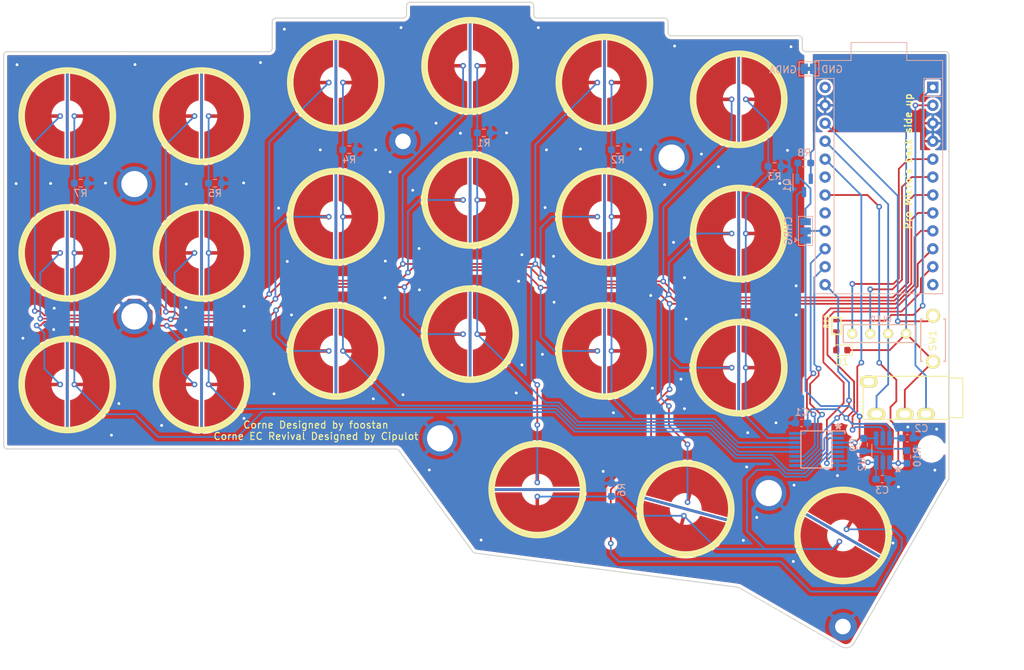
<source format=kicad_pcb>
(kicad_pcb (version 20211014) (generator pcbnew)
  (title_block (title "Corne EC Revival") (date "2022-01-28") (rev "1.0") (comment 1 "Copyright © 2024 Cipulot") (comment 2 "CC-BY-NC-SA-4.0"))
  (layers (0 "F.Cu" signal) (31 "B.Cu" signal) (34 "B.Paste" user) (35 "F.Paste" user) (36 "B.SilkS" user "B.Silkscreen") (37 "F.SilkS" user "F.Silkscreen") (38 "B.Mask" user) (39 "F.Mask" user) (44 "Edge.Cuts" user))
  (net 0 "")
  (net 1 "GNDA")
  (net 2 "ROW0")
  (net 3 "COL0")
  (net 4 "ROW1")
  (net 5 "ROW2")
  (net 6 "COL1")
  (net 7 "COL2")
  (net 8 "COL4")
  (net 9 "COL5")
  (net 10 "COL6")
  (net 11 "+5V")
  (net 12 "Net-(C3-Pad1)")
  (net 13 "GND")
  (net 14 "Net-(D1-Pad2)")
  (net 15 "SDA")
  (net 16 "SCL")
  (net 17 "Net-(JP1-Pad3)")
  (net 18 "CHARGE_RST")
  (net 19 "Net-(R10-Pad1)")
  (net 20 "ADC")
  (net 21 "LED")
  (net 22 "RESET")
  (net 23 "OPAMP_SHDN")
  (net 24 "DATA")
  (net 25 "COL_EN")
  (net 26 "CSEL2")
  (net 27 "CSEL1")
  (net 28 "CSEL0")
  (net 33 "COL3")
  (net 34 "VCC")
  (footprint "cipulot_parts:OLED_Small" (layer "F.Cu") (at 195.86426 89.5202 180)
    (fp_text reference "J1" hide)
    (fp_text value "OLED" hide)
  )
  (footprint "cipulot_parts:ecs_pad_no_ring" (layer "F.Cu") (at 147.5236 111.5962 90)
    (fp_text reference "SW20")
    (fp_text value "EC_SW" hide)
  )
  (footprint "" (layer "F.Cu") (at 188.7736 97.3462)
    (fp_text reference "")
    (fp_text value "")
  )
  (footprint "cipulot_parts:MountingHole_3.7mm_Pad_TopBottom" (layer "F.Cu") (at 133.7736 104.3462)
    (fp_text reference "REF**" hide)
    (fp_text value "MountingHole_3.7mm_Pad_TopBottom" hide)
  )
  (footprint "cipulot_parts:ecs_pad_no_ring" (layer "F.Cu") (at 119.0236 72.9712 180)
    (fp_text reference "SW9")
    (fp_text value "EC_SW" hide)
  )
  (footprint "cipulot_parts:ecs_pad_no_ring" (layer "F.Cu") (at 176.0236 94.3462 180)
    (fp_text reference "SW19")
    (fp_text value "EC_SW" hide)
  )
  (footprint "cipulot_parts:ecs_pad_no_ring" (layer "F.Cu") (at 100.0236 96.7212 180)
    (fp_text reference "SW7")
    (fp_text value "EC_SW" hide)
  )
  (footprint "cipulot_parts:MountingHole_3.7mm_Pad_TopBottom" (layer "F.Cu") (at 180.2736 112.0962)
    (fp_text reference "REF**" hide)
    (fp_text value "MountingHole_3.7mm_Pad_TopBottom" hide)
  )
  (footprint "cipulot_parts:ecs_pad_no_ring" (layer "F.Cu") (at 119.0236 91.9712 180)
    (fp_text reference "SW10")
    (fp_text value "EC_SW" hide)
  )
  (footprint "cipulot_parts:ecs_pad_no_ring" (layer "F.Cu") (at 157.0236 53.9712 180)
    (fp_text reference "SW14")
    (fp_text value "EC_SW" hide)
  )
  (footprint "cipulot_parts:MountingHole_3.7mm_Pad_TopBottom" (layer "F.Cu") (at 166.5236 64.5962)
    (fp_text reference "REF**" hide)
    (fp_text value "MountingHole_3.7mm_Pad_TopBottom" hide)
  )
  (footprint "cipulot_parts:ecs_pad_no_ring" (layer "F.Cu") (at 138.0236 51.5962 180)
    (fp_text reference "SW11")
    (fp_text value "EC_SW" hide)
  )
  (footprint "kbd:LEGO_HOLE" (layer "F.Cu") (at 128.5236 62.2962)
    (fp_text reference "")
    (fp_text value "")
  )
  (footprint "cipulot_parts:HOLE_M2" (layer "F.Cu") (at 203.2736 105.8462)
    (fp_text reference "H22" hide)
    (fp_text value "MountingHole" hide)
  )
  (footprint "cipulot_parts:ecs_pad_no_ring" (layer "F.Cu") (at 176.0236 75.3462 180)
    (fp_text reference "SW18")
    (fp_text value "EC_SW" hide)
  )
  (footprint "cipulot_parts:ecs_pad_no_ring" (layer "F.Cu") (at 157.0236 91.9712 180)
    (fp_text reference "SW16")
    (fp_text value "EC_SW" hide)
  )
  (footprint "cipulot_parts:ecs_pad_no_ring" (layer "F.Cu") (at 100.0236 78.09494 180)
    (fp_text reference "SW6")
    (fp_text value "EC_SW" hide)
  )
  (footprint "Diode_SMD:D_0603_1608Metric" (layer "F.Cu") (at 190.6042 91.857 180)
    (fp_text reference "D1")
    (fp_text value "LED" hide)
  )
  (footprint "cipulot_parts:ecs_pad_no_ring" (layer "F.Cu") (at 190.7736 118.0962 60)
    (fp_text reference "SW22")
    (fp_text value "EC_SW" hide)
  )
  (footprint "cipulot_parts:ecs_pad_no_ring" (layer "F.Cu") (at 176.0236 56.3462 180)
    (fp_text reference "SW17")
    (fp_text value "EC_SW" hide)
  )
  (footprint "kbd:LEGO_HOLE" (layer "F.Cu") (at 190.7625 131)
    (fp_text reference "")
    (fp_text value "")
  )
  (footprint "cipulot_parts:ecs_pad_no_ring" (layer "F.Cu") (at 100.0236 58.7212 180)
    (fp_text reference "SW5")
    (fp_text value "EC_SW" hide)
  )
  (footprint "cipulot_parts:ecs_pad_no_ring" (layer "F.Cu") (at 138.0236 70.5962 180)
    (fp_text reference "SW12")
    (fp_text value "EC_SW" hide)
  )
  (footprint "cipulot_parts:R_0603" (layer "F.Cu") (at 189.8422 88.428 -90)
    (fp_text reference "R11")
    (fp_text value "R" hide)
  )
  (footprint "cipulot_parts:ecs_pad_no_ring" (layer "F.Cu") (at 168.5236 114.3462 75)
    (fp_text reference "SW21")
    (fp_text value "EC_SW" hide)
  )
  (footprint "cipulot_parts:ecs_pad_no_ring" (layer "F.Cu") (at 81.0236 96.7212 180)
    (fp_text reference "SW4")
    (fp_text value "EC_SW" hide)
  )
  (footprint "cipulot_parts:MountingHole_3.7mm_Pad_TopBottom" (layer "F.Cu") (at 90.5236 87.0962)
    (fp_text reference "REF**" hide)
    (fp_text value "MountingHole_3.7mm_Pad_TopBottom" hide)
  )
  (footprint "cipulot_parts:SW_3.5x6.0_TH" (layer "F.Cu") (at 203.475 90.475 -90)
    (fp_text reference "SW1")
    (fp_text value "SW_Push")
  )
  (footprint "cipulot_parts:ecs_pad_no_ring" (layer "F.Cu") (at 138.0236 89.5962 180)
    (fp_text reference "SW13")
    (fp_text value "EC_SW" hide)
  )
  (footprint "cipulot_parts:ecs_pad_no_ring" (layer "F.Cu") (at 81.0236 58.7212 180)
    (fp_text reference "SW2")
    (fp_text value "EC_SW" hide)
  )
  (footprint "cipulot_parts:ecs_pad_no_ring" (layer "F.Cu") (at 119.0236 53.9712 180)
    (fp_text reference "SW8")
    (fp_text value "EC_SW" hide)
  )
  (footprint "cipulot_parts:TRRS-PJ-320A-no-Fmask" (layer "F.Cu") (at 205.7223 98.6134 -90)
    (fp_text reference "J2")
    (fp_text value "MJ-4PP-9")
  )
  (footprint "cipulot_parts:ecs_pad_no_ring" (layer "F.Cu") (at 81.0236 78.09494 180)
    (fp_text reference "SW3")
    (fp_text value "EC_SW" hide)
  )
  (footprint "cipulot_parts:ecs_pad_no_ring" (layer "F.Cu") (at 157.0236 72.9712 180)
    (fp_text reference "SW15")
    (fp_text value "EC_SW" hide)
  )
  (footprint "cipulot_parts:MountingHole_3.7mm_Pad_TopBottom" (layer "F.Cu") (at 90.5236 68.3462)
    (fp_text reference "REF**" hide)
    (fp_text value "MountingHole_3.7mm_Pad_TopBottom" hide)
  )
  (footprint "cipulot_parts:R_0603_1608Metric_Pad0.98x0.95mm_HandSolder" (layer "B.Cu") (at 158.925 63.4712)
    (fp_text reference "R2")
    (fp_text value "100k")
  )
  (footprint "cipulot_parts:R_0603_1608Metric_Pad0.98x0.95mm_HandSolder" (layer "B.Cu") (at 139.95 61.0962)
    (fp_text reference "R1")
    (fp_text value "100k")
  )
  (footprint "Jumper:SolderJumper-3_P1.3mm_Bridged12_Pad1.0x1.5mm" (layer "B.Cu") (at 185.4734 74.97328 90)
    (fp_text reference "JP1" hide)
    (fp_text value "Jumper_3_Bridged12" hide)
  )
  (footprint "cipulot_parts:R_0603_1608Metric_Pad0.98x0.95mm_HandSolder" (layer "B.Cu") (at 181.1 65.85)
    (fp_text reference "R3")
    (fp_text value "100k")
  )
  (footprint "Jumper:SolderJumper-2_P1.3mm_Bridged_Pad1.0x1.5mm" (layer "B.Cu") (at 185.956 52.0298)
    (fp_text reference "JP2" hide)
    (fp_text value "Jumper_NC_Small" hide)
  )
  (footprint "cipulot_parts:Sparkfun_Pro_Micro" (layer "B.Cu") (at 188.24426 82.59328)
    (fp_text reference "U3" hide)
    (fp_text value "ProMicro")
  )
  (footprint "cipulot_parts:R_0603_1608Metric_Pad0.98x0.95mm_HandSolder" (layer "B.Cu") (at 158.0236 111.6436 90)
    (fp_text reference "R6")
    (fp_text value "100k")
  )
  (footprint "cipulot_parts:TSSOP16" (layer "B.Cu") (at 187.0228 105.9286 -90)
    (fp_text reference "U1")
    (fp_text value "74HC4051")
  )
  (footprint "cipulot_parts:R_0603_1608Metric_Pad0.98x0.95mm_HandSolder" (layer "B.Cu") (at 199.825 106.975 -90)
    (fp_text reference "R10")
    (fp_text value "22k" hide)
  )
  (footprint "Package_TO_SOT_SMD:TSOT-23-6_HandSoldering" (layer "B.Cu") (at 196.4208 106.0556 90)
    (fp_text reference "U2")
    (fp_text value "LTC6255" hide)
  )
  (footprint "cipulot_parts:R_0603_1608Metric_Pad0.98x0.95mm_HandSolder" (layer "B.Cu") (at 101.925 68.2212)
    (fp_text reference "R5")
    (fp_text value "100k")
  )
  (footprint "cipulot_parts:R_0603_1608Metric_Pad0.98x0.95mm_HandSolder" (layer "B.Cu") (at 185.2956 65.3648)
    (fp_text reference "R8")
    (fp_text value "100k" hide)
  )
  (footprint "cipulot_parts:R_0603_1608Metric_Pad0.98x0.95mm_HandSolder" (layer "B.Cu") (at 193.7 105.25 90)
    (fp_text reference "R9")
    (fp_text value "1k" hide)
  )
  (footprint "cipulot_parts:C_0603_1608Metric_Pad1.08x0.95mm_HandSolder" (layer "B.Cu") (at 184.9146 102.1694)
    (fp_text reference "C1")
    (fp_text value "0.1u" hide)
  )
  (footprint "Package_TO_SOT_SMD:SOT-23" (layer "B.Cu") (at 185.2702 68.5398 -90)
    (fp_text reference "Q1")
    (fp_text value "Q_NMOS_GSD" hide)
  )
  (footprint "cipulot_parts:C_0603_1608Metric_Pad1.08x0.95mm_HandSolder" (layer "B.Cu") (at 199.875 104.325)
    (fp_text reference "C2")
    (fp_text value "0.1u" hide)
  )
  (footprint "cipulot_parts:R_0603_1608Metric_Pad0.98x0.95mm_HandSolder" (layer "B.Cu") (at 120.925 63.4712)
    (fp_text reference "R4")
    (fp_text value "100k")
  )
  (footprint "cipulot_parts:C_0603_1608Metric_Pad1.08x0.95mm_HandSolder" (layer "B.Cu") (at 196.325 110.125)
    (fp_text reference "C3")
    (fp_text value "220p" hide)
  )
  (footprint "cipulot_parts:R_0603_1608Metric_Pad0.98x0.95mm_HandSolder" (layer "B.Cu") (at 82.925 68.2212)
    (fp_text reference "R7")
    (fp_text value "100k")
  )
  (gr_line (start 185.0236 47.8462) (end 185.0236 49.0962) (layer "Edge.Cuts") (width 0.15))
  (gr_line (start 205.2736 49.5962) (end 185.5236 49.5962) (layer "Edge.Cuts") (width 0.15))
  (gr_arc (start 72.537498 105.850008) (mid 72.174741 105.706031) (end 72.0236 105.3462) (layer "Edge.Cuts") (width 0.15))
  (gr_arc (start 72.0236 50.0962) (mid 72.170047 49.742647) (end 72.5236 49.5962) (layer "Edge.Cuts") (width 0.15))
  (gr_arc (start 184.5236 47.3462) (mid 184.877153 47.492647) (end 185.0236 47.8462) (layer "Edge.Cuts") (width 0.15))
  (gr_arc (start 185.5236 49.5962) (mid 185.170047 49.449753) (end 185.0236 49.0962) (layer "Edge.Cuts") (width 0.15))
  (gr_arc (start 110.0236 49.0962) (mid 109.877153 49.449753) (end 109.5236 49.5962) (layer "Edge.Cuts") (width 0.15))
  (gr_arc (start 205.2736 49.5962) (mid 205.627153 49.742647) (end 205.7736 50.0962) (layer "Edge.Cuts") (width 0.15))
  (gr_line (start 205.7736 50.0962) (end 205.7736 110.0962) (layer "Edge.Cuts") (width 0.15))
  (gr_arc (start 110.0236 45.3462) (mid 110.170047 44.992647) (end 110.5236 44.8462) (layer "Edge.Cuts") (width 0.15))
  (gr_arc (start 129.0236 43.0962) (mid 129.170047 42.742647) (end 129.5236 42.5962) (layer "Edge.Cuts") (width 0.15))
  (gr_arc (start 146.5236 42.5962) (mid 146.877153 42.742647) (end 147.0236 43.0962) (layer "Edge.Cuts") (width 0.15))
  (gr_arc (start 129.0236 44.3462) (mid 128.877153 44.699753) (end 128.5236 44.8462) (layer "Edge.Cuts") (width 0.15))
  (gr_arc (start 147.5236 44.8462) (mid 147.170047 44.699753) (end 147.0236 44.3462) (layer "Edge.Cuts") (width 0.15))
  (gr_arc (start 165.5236 44.8462) (mid 165.877153 44.992647) (end 166.0236 45.3462) (layer "Edge.Cuts") (width 0.15))
  (gr_arc (start 166.5236 47.3462) (mid 166.170047 47.199753) (end 166.0236 46.8462) (layer "Edge.Cuts") (width 0.15))
  (gr_line (start 89.5236 49.5962) (end 72.5236 49.5962) (layer "Edge.Cuts") (width 0.15))
  (gr_line (start 72.0236 50.0962) (end 72.0236 105.3462) (layer "Edge.Cuts") (width 0.15))
  (gr_line (start 166.0236 46.8462) (end 166.0236 45.3462) (layer "Edge.Cuts") (width 0.15))
  (gr_line (start 129.0236 43.0962) (end 129.0236 44.3462) (layer "Edge.Cuts") (width 0.15))
  (gr_line (start 146.5236 42.5962) (end 129.5236 42.5962) (layer "Edge.Cuts") (width 0.15))
  (gr_line (start 147.0236 44.3462) (end 147.0236 43.0962) (layer "Edge.Cuts") (width 0.15))
  (gr_line (start 110.0236 45.3462) (end 110.0236 49.0962) (layer "Edge.Cuts") (width 0.15))
  (gr_line (start 184.5236 47.3462) (end 166.5236 47.3462) (layer "Edge.Cuts") (width 0.15))
  (gr_line (start 165.5236 44.8462) (end 147.5236 44.8462) (layer "Edge.Cuts") (width 0.15))
  (gr_line (start 109.5236 49.5962) (end 91.5236 49.5962) (layer "Edge.Cuts") (width 0.15))
  (gr_line (start 128.5236 44.8462) (end 110.5236 44.8462) (layer "Edge.Cuts") (width 0.15))
  (gr_line (start 138.787498 120.600008) (end 175.458054 125.370352) (layer "Edge.Cuts") (width 0.15))
  (gr_line (start 127.537498 105.850008) (end 72.537498 105.850008) (layer "Edge.Cuts") (width 0.15))
  (gr_line (start 176.112498 125.500008) (end 190.406749 133.760964) (layer "Edge.Cuts") (width 0.15))
  (gr_line (start 204.687498 111.925008) (end 205.7736 110.0962) (layer "Edge.Cuts") (width 0.15))
  (gr_line (start 127.891051 105.996455) (end 138.433945 120.453561) (layer "Edge.Cuts") (width 0.15))
  (gr_arc (start 127.537498 105.850008) (mid 127.72884 105.888068) (end 127.891051 105.996455) (layer "Edge.Cuts") (width 0.15))
  (gr_arc (start 175.458054 125.370352) (mid 175.78845 125.419157) (end 176.112498 125.500008) (layer "Edge.Cuts") (width 0.15))
  (gr_line (start 192.334761 133.381473) (end 204.687498 111.925008) (layer "Edge.Cuts") (width 0.15))
  (gr_arc (start 138.787498 120.600008) (mid 138.596156 120.561948) (end 138.433945 120.453561) (layer "Edge.Cuts") (width 0.15))
  (gr_line (start 89.5236 49.5962) (end 91.5236 49.5962) (layer "Edge.Cuts") (width 0.15))
  (gr_arc (start 192.334761 133.381473) (mid 191.449567 133.971625) (end 190.406749 133.760964) (layer "Edge.Cuts") (width 0.15))
  (gr_text "OLED" (at 196.14674 87.50512) (layer "B.SilkS") (effects (font (size 0.8128 0.8128)) (justify mirror)))
  (gr_text "*" (at 190.11 103.11) (layer "B.SilkS") (effects (font (size 1.5 1.5) (thickness 0.3))))
  (gr_text "CHRG" (at 183.0625 74.95048 90) (layer "B.SilkS") (effects (font (size 1 1)) (justify mirror)))
  (gr_text "*" (at 198.58 109.21) (layer "B.SilkS") (effects (font (size 1.5 1.5) (thickness 0.3))))
  (gr_text "GND" (at 189.2375 52.10048) (layer "B.SilkS") (effects (font (size 1 1)) (justify mirror)))
  (gr_text "GNDA" (at 182.2875 52.15048) (layer "B.SilkS") (effects (font (size 1 1)) (justify mirror)))
  (gr_text "Corne Designed by foostan\nCorne EC Revival Designed by Cipulot" (at 116.2 103.25) (layer "F.SilkS") (effects (font (size 1 1))))
  (gr_text "Pro Micro's back side up" (at 200.0125 65.12548 90) (layer "F.SilkS") (effects (font (size 1 1) (thickness 0.2))))
  (segment (start 165.85 98.85) (end 164.8 99.9) (width 0.25) (layer "F.Cu") (net 1))
  (segment (start 164.8 99.9) (end 164.8 104.525) (width 0.25) (layer "F.Cu") (net 1))
  (segment (start 167.525 98.85) (end 165.85 98.85) (width 0.25) (layer "F.Cu") (net 1))
  (via (at 158.3 100.725) (size 0.8) (drill 0.4) (layers "F.Cu" "B.Cu") (net 1))
  (via (at 97.8 89) (size 0.8) (drill 0.4) (layers "F.Cu" "B.Cu") (net 1))
  (via (at 97.8688 68.3366) (size 0.8) (drill 0.4) (layers "F.Cu" "B.Cu") (net 1))
  (via (at 97.8 85.825) (size 0.8) (drill 0.4) (layers "F.Cu" "B.Cu") (net 1))
  (via (at 177.15 108.4) (size 0.8) (drill 0.4) (layers "F.Cu" "B.Cu") (net 1))
  (via (at 199.95 102.75) (size 0.8) (drill 0.4) (layers "F.Cu" "B.Cu") (net 1))
  (via (at 168.35 81.6) (size 0.8) (drill 0.4) (layers "F.Cu" "B.Cu") (net 1))
  (via (at 163.575 84.125) (size 0.8) (drill 0.4) (layers "F.Cu" "B.Cu") (net 1))
  (via (at 147.675 46.2) (size 0.8) (drill 0.4) (layers "F.Cu" "B.Cu") (net 1))
  (via (at 87.275 103.9) (size 0.8) (drill 0.4) (layers "F.Cu" "B.Cu") (net 1))
  (via (at 144.875 82.1) (size 0.8) (drill 0.4) (layers "F.Cu" "B.Cu") (net 1))
  (via (at 88.325 99.425) (size 0.8) (drill 0.4) (layers "F.Cu" "B.Cu") (net 1))
  (via (at 132.25 108.825) (size 0.8) (drill 0.4) (layers "F.Cu" "B.Cu") (net 1))
  (via (at 105.9714 68.1842) (size 0.8) (drill 0.4) (layers "F.Cu" "B.Cu") (net 1))
  (via (at 130.85 83.325) (size 0.8) (drill 0.4) (layers "F.Cu" "B.Cu") (net 1))
  (via (at 165.55 68.425) (size 0.8) (drill 0.4) (layers "F.Cu" "B.Cu") (net 1))
  (via (at 106.075 89.1) (size 0.8) (drill 0.4) (layers "F.Cu" "B.Cu") (net 1))
  (via (at 184.15 86.875) (size 0.8) (drill 0.4) (layers "F.Cu" "B.Cu") (net 1))
  (via (at 116.825 63.5) (size 0.8) (drill 0.4) (layers "F.Cu" "B.Cu") (net 1))
  (via (at 125.975 84.45) (size 0.8) (drill 0.4) (layers "F.Cu" "B.Cu") (net 1))
  (via (at 184.15 82.75) (size 0.8) (drill 0.4) (layers "F.Cu" "B.Cu") (net 1))
  (via (at 181.825 68.25) (size 0.8) (drill 0.4) (layers "F.Cu" "B.Cu") (net 1))
  (via (at 145.35 78.35) (size 0.8) (drill 0.4) (layers "F.Cu" "B.Cu") (net 1))
  (via (at 130.8 77.475) (size 0.8) (drill 0.4) (layers "F.Cu" "B.Cu") (net 1))
  (via (at 148.25 92.45) (size 0.8) (drill 0.4) (layers "F.Cu" "B.Cu") (net 1))
  (via (at 126.025 79.25) (size 0.8) (drill 0.4) (layers "F.Cu" "B.Cu") (net 1))
  (via (at 149.9 85.075) (size 0.8) (drill 0.4) (layers "F.Cu" "B.Cu") (net 1))
  (via (at 73.9166 51.4456) (size 0.8) (drill 0.4) (layers "F.Cu" "B.Cu") (net 1))
  (via (at 124.65 63.5) (size 0.8) (drill 0.4) (layers "F.Cu" "B.Cu") (net 1))
  (via (at 112.15 79.3) (size 0.8) (drill 0.4) (layers "F.Cu" "B.Cu") (net 1))
  (via (at 176.675 118.8) (size 0.8) (drill 0.4) (layers "F.Cu" "B.Cu") (net 1))
  (via (at 108.359 51.1408) (size 0.8) (drill 0.4) (layers "F.Cu" "B.Cu") (net 1))
  (via (at 177.3 103.55) (size 0.8) (drill 0.4) (layers "F.Cu" "B.Cu") (net 1))
  (via (at 73.7896 68.2858) (size 0.8) (drill 0.4) (layers "F.Cu" "B.Cu") (net 1))
  (via (at 204.025 103.05) (size 0.8) (drill 0.4) (layers "F.Cu" "B.Cu") (net 1))
  (via (at 144.55 97.925) (size 0.8) (drill 0.4) (layers "F.Cu" "B.Cu") (net 1))
  (via (at 79.175 85.925) (size 0.8) (drill 0.4) (layers "F.Cu" "B.Cu") (net 1))
  (via (at 94.375 102.525) (size 0.8) (drill 0.4) (layers "F.Cu" "B.Cu") (net 1))
  (via (at 166.95 48.8) (size 0.8) (drill 0.4) (layers "F.Cu" "B.Cu") (net 1))
  (via (at 136.65 61.15) (size 0.8) (drill 0.4) (layers "F.Cu" "B.Cu") (net 1))
  (via (at 203.775 108.85) (size 0.8) (drill 0.4) (layers "F.Cu" "B.Cu") (net 1))
  (via (at 78.6664 68.2604) (size 0.8) (drill 0.4) (layers "F.Cu" "B.Cu") (net 1))
  (via (at 110.925 71.75) (size 0.8) (drill 0.4) (layers "F.Cu" "B.Cu") (net 1))
  (via (at 106.025 85.675) (size 0.8) (drill 0.4) (layers "F.Cu" "B.Cu") (net 1))
  (via (at 111.7372 46.4164) (size 0.8) (drill 0.4) (layers "F.Cu" "B.Cu") (net 1))
  (via (at 167.85 95.975) (size 0.8) (drill 0.4) (layers "F.Cu" "B.Cu") (net 1))
  (via (at 148.825 63.5) (size 0.8) (drill 0.4) (layers "F.Cu" "B.Cu") (net 1))
  (via (at 106.025 101.525) (size 0.8) (drill 0.4) (layers "F.Cu" "B.Cu") (net 1))
  (via (at 163.8 97.25) (size 0.8) (drill 0.4) (layers "F.Cu" "B.Cu") (net 1))
  (via (at 166.8 76.6) (size 0.8) (drill 0.4) (layers "F.Cu" "B.Cu") (net 1))
  (via (at 149.825 78.575) (size 0.8) (drill 0.4) (layers "F.Cu" "B.Cu") (net 1))
  (via (at 126.7 66.625) (size 0.8) (drill 0.4) (layers "F.Cu" "B.Cu") (net 1))
  (via (at 145.35 93.95) (size 0.8) (drill 0.4) (layers "F.Cu" "B.Cu") (net 1))
  (via (at 74.75 90.175) (size 0.8) (drill 0.4) (layers "F.Cu" "B.Cu") (net 1))
  (via (at 79.1 88.95) (size 0.8) (drill 0.4) (layers "F.Cu" "B.Cu") (net 1))
  (via (at 112.75 86.875) (size 0.8) (drill 0.4) (layers "F.Cu" "B.Cu") (net 1))
  (via (at 128.2472 46.1878) (size 0.8) (drill 0.4) (layers "F.Cu" "B.Cu") (net 1))
  (via (at 156.85 109.025) (size 0.8) (drill 0.4) (layers "F.Cu" "B.Cu") (net 1))
  (via (at 182.925 63.575) (size 0.8) (drill 0.4) (layers "F.Cu" "B.Cu") (net 1))
  (via (at 128.525 98.175) (size 0.8) (drill 0.4) (layers "F.Cu" "B.Cu") (net 1))
  (via (at 168.35 100.15) (size 0.8) (drill 0.4) (layers "F.Cu" "B.Cu") (net 1))
  (via (at 170.75 64.1) (size 0.8) (drill 0.4) (layers "F.Cu" "B.Cu") (net 1))
  (via (at 86.4388 68.2096) (size 0.8) (drill 0.4) (layers "F.Cu" "B.Cu") (net 1))
  (via (at 183.425 48.9) (size 0.8) (drill 0.4) (layers "F.Cu" "B.Cu") (net 1))
  (via (at 90.6044 51.4202) (size 0.8) (drill 0.4) (layers "F.Cu" "B.Cu") (net 1))
  (via (at 148.625 71.675) (size 0.8) (drill 0.4) (layers "F.Cu" "B.Cu") (net 1))
  (via (at 153.625 63.375) (size 0.8) (drill 0.4) (layers "F.Cu" "B.Cu") (net 1))
  (via (at 143.175 61.1) (size 0.8) (drill 0.4) (layers "F.Cu" "B.Cu") (net 1))
  (via (at 197.85 119.175) (size 0.8) (drill 0.4) (layers "F.Cu" "B.Cu") (net 1))
  (via (at 129.9 69.225) (size 0.8) (drill 0.4) (layers "F.Cu" "B.Cu") (net 1))
  (via (at 139.575 118.75) (size 0.8) (drill 0.4) (layers "F.Cu" "B.Cu") (net 1))
  (via (at 133.2 59.725) (size 0.8) (drill 0.4) (layers "F.Cu" "B.Cu") (net 1))
  (via (at 198.625 111.225) (size 0.8) (drill 0.4) (layers "F.Cu" "B.Cu") (net 1))
  (via (at 183.85 110.975) (size 0.8) (drill 0.4) (layers "F.Cu" "B.Cu") (net 1))
  (via (at 178.575 115.55) (size 0.8) (drill 0.4) (layers "F.Cu" "B.Cu") (net 1))
  (via (at 124.325 98.75) (size 0.8) (drill 0.4) (layers "F.Cu" "B.Cu") (net 1))
  (via (at 190 109.625) (size 0.8) (drill 0.4) (layers "F.Cu" "B.Cu") (net 1))
  (via (at 181.3 102.15) (size 0.8) (drill 0.4) (layers "F.Cu" "B.Cu") (net 1))
  (via (at 110.275 98.05) (size 0.8) (drill 0.4) (layers "F.Cu" "B.Cu") (net 1))
  (via (at 168.575 87.45) (size 0.8) (drill 0.4) (layers "F.Cu" "B.Cu") (net 1))
  (via (at 173.15 65.9) (size 0.8) (drill 0.4) (layers "F.Cu" "B.Cu") (net 1))
  (via (at 162.15 63.45) (size 0.8) (drill 0.4) (layers "F.Cu" "B.Cu") (net 1))
  (via (at 183.75 121.775) (size 0.8) (drill 0.4) (layers "F.Cu" "B.Cu") (net 1))
  (segment (start 193.7 106.1625) (end 193.81202 106.27452) (width 0.25) (layer "B.Cu") (net 1))
  (segment (start 157.025 98.775) (end 157.025 46.55) (width 0.25) (layer "B.Cu") (net 1))
  (segment (start 191.5731 108.2019) (end 189.99714 108.2019) (width 0.25) (layer "B.Cu") (net 1))
  (segment (start 100.025 103.4) (end 100.025 51.25) (width 0.25) (layer "B.Cu") (net 1))
  (segment (start 196.4208 106.5958) (end 196.4208 107.7656) (width 0.25) (layer "B.Cu") (net 1))
  (segment (start 196.4208 107.7656) (end 196.4208 109.3583) (width 0.25) (layer "B.Cu") (net 1))
  (segment (start 191.825 107.95) (end 191.5731 108.2019) (width 0.25) (layer "B.Cu") (net 1))
  (segment (start 119.025 98.775) (end 119.025 46.575) (width 0.25) (layer "B.Cu") (net 1))
  (segment (start 191.825 105.975) (end 191.825 107.95) (width 0.25) (layer "B.Cu") (net 1))
  (segment (start 140.075 111.6) (end 154.75 111.6) (width 0.25) (layer "B.Cu") (net 1))
  (segment (start 191.45602 105.60602) (end 191.825 105.975) (width 0.25) (layer "B.Cu") (net 1))
  (segment (start 176.025 101.175) (end 176.025 48.95) (width 0.25) (layer "B.Cu") (net 1))
  (segment (start 189.99714 107.55166) (end 191.82334 107.55166) (width 0.25) (layer "B.Cu") (net 1))
  (segment (start 196.4208 109.3583) (end 197.1875 110.125) (width 0.25) (layer "B.Cu") (net 1))
  (segment (start 193.81202 106.27452) (end 196.09952 106.27452) (width 0.25) (layer "B.Cu") (net 1))
  (segment (start 138.025 96.3) (end 138.025 44.125) (width 0.25) (layer "B.Cu") (net 1))
  (segment (start 196.09952 106.27452) (end 196.4208 106.5958) (width 0.25) (layer "B.Cu") (net 1))
  (segment (start 81.025 104.125) (end 81.025 51.15) (width 0.25) (layer "B.Cu") (net 1))
  (segment (start 196.55 121.425) (end 184.125 114.25) (width 0.25) (layer "B.Cu") (net 1))
  (segment (start 175.65 116.25) (end 161.325 112.425) (width 0.25) (layer "B.Cu") (net 1))
  (segment (start 189.99714 105.60602) (end 191.45602 105.60602) (width 0.25) (layer "B.Cu") (net 1))
  (segment (start 77.80048 86.95048) (end 85.12452 86.95048) (width 0.25) (layer "F.Cu") (net 2))
  (segment (start 94.975 86.425) (end 96.249614 86.425) (width 0.25) (layer "F.Cu") (net 2))
  (segment (start 147.25096 79.65096) (end 128.49904 79.65096) (width 0.25) (layer "F.Cu") (net 2))
  (segment (start 200.00192 70.77308) (end 200.88172 69.89328) (width 0.25) (layer "F.Cu") (net 2))
  (segment (start 94.975 86.028565) (end 94.975 86.425) (width 0.25) (layer "F.Cu") (net 2))
  (segment (start 106.57404 86.95096) (end 109.6 83.925) (width 0.25) (layer "F.Cu") (net 2))
  (segment (start 147.5236 110.5962) (end 147.5236 108.22074) (width 0.25) (layer "F.Cu") (net 2))
  (segment (start 165.34952 82.12548) (end 149.72548 82.12548) (width 0.25) (layer "F.Cu") (net 2))
  (segment (start 175.0236 56.3462) (end 172.89814 56.3462) (width 0.25) (layer "F.Cu") (net 2))
  (segment (start 89.075 83) (end 91.946435 83) (width 0.25) (layer "F.Cu") (net 2))
  (segment (start 200.00192 82.255208) (end 200.00192 70.77308) (width 0.25) (layer "F.Cu") (net 2))
  (segment (start 197.856168 84.40096) (end 200.00192 82.255208) (width 0.25) (layer "F.Cu") (net 2))
  (segment (start 137.0236 51.5962) (end 134.51358 51.5962) (width 0.25) (layer "F.Cu") (net 2))
  (segment (start 167.62596 84.40096) (end 197.856168 84.40096) (width 0.25) (layer "F.Cu") (net 2))
  (segment (start 95.45858 58.7212) (end 99.0236 58.7212) (width 0.25) (layer "F.Cu") (net 2))
  (segment (start 85.12452 86.95048) (end 89.075 83) (width 0.25) (layer "F.Cu") (net 2))
  (segment (start 96.249614 86.425) (end 96.775574 86.95096) (width 0.25) (layer "F.Cu") (net 2))
  (segment (start 165.35 82.125) (end 165.34952 82.12548) (width 0.25) (layer "F.Cu") (net 2))
  (segment (start 165.35 82.125) (end 167.62596 84.40096) (width 0.25) (layer "F.Cu") (net 2))
  (segment (start 126.12404 82.02596) (end 111.49904 82.02596) (width 0.25) (layer "F.Cu") (net 2))
  (segment (start 96.775574 86.95096) (end 106.57404 86.95096) (width 0.25) (layer "F.Cu") (net 2))
  (segment (start 118.0236 53.9712) (end 115.35858 53.9712) (width 0.25) (layer "F.Cu") (net 2))
  (segment (start 77.175 86.325) (end 77.80048 86.95048) (width 0.25) (layer "F.Cu") (net 2))
  (segment (start 147.525 102.45) (end 147.525 96.775) (width 0.25) (layer "F.Cu") (net 2))
  (segment (start 91.946435 83) (end 94.975 86.028565) (width 0.25) (layer "F.Cu") (net 2))
  (segment (start 111.49904 82.02596) (end 109.6 83.925) (width 0.25) (layer "F.Cu") (net 2))
  (segment (start 76.425 86.325) (end 77.175 86.325) (width 0.25) (layer "F.Cu") (net 2))
  (segment (start 149.72548 82.12548) (end 147.25096 79.65096) (width 0.25) (layer "F.Cu") (net 2))
  (segment (start 200.88172 69.89328) (end 203.48426 69.89328) (width 0.25) (layer "F.Cu") (net 2))
  (segment (start 80.0236 58.7212) (end 77.98858 58.7212) (width 0.25) (layer "F.Cu") (net 2))
  (segment (start 156.0236 53.9712) (end 154.00314 53.9712) (width 0.25) (layer "F.Cu") (net 2))
  (segment (start 128.49904 79.65096) (end 126.12404 82.02596) (width 0.25) (layer "F.Cu") (net 2))
  (via (at 165.35 82.125) (size 0.8) (drill 0.4) (layers "F.Cu" "B.Cu") (net 2))
  (via (at 99.0236 58.7212) (size 0.8) (drill 0.4) (layers "F.Cu" "B.Cu") (net 2))
  (via (at 147.25096 79.65096) (size 0.8) (drill 0.4) (layers "F.Cu" "B.Cu") (net 2))
  (via (at 156.0236 53.9712) (size 0.8) (drill 0.4) (layers "F.Cu" "B.Cu") (net 2))
  (via (at 76.425 86.325) (size 0.8) (drill 0.4) (layers "F.Cu" "B.Cu") (net 2))
  (via (at 80.0236 58.7212) (size 0.8) (drill 0.4) (layers "F.Cu" "B.Cu") (net 2))
  (via (at 94.975 86.425) (size 0.8) (drill 0.4) (layers "F.Cu" "B.Cu") (net 2))
  (via (at 175.0236 56.3462) (size 0.8) (drill 0.4) (layers "F.Cu" "B.Cu") (net 2))
  (via (at 128.49904 79.65096) (size 0.8) (drill 0.4) (layers "F.Cu" "B.Cu") (net 2))
  (via (at 118.0236 53.9712) (size 0.8) (drill 0.4) (layers "F.Cu" "B.Cu") (net 2))
  (via (at 147.525 96.775) (size 0.8) (drill 0.4) (layers "F.Cu" "B.Cu") (net 2))
  (via (at 147.525 102.45) (size 0.8) (drill 0.4) (layers "F.Cu" "B.Cu") (net 2))
  (via (at 137.0236 51.5962) (size 0.8) (drill 0.4) (layers "F.Cu" "B.Cu") (net 2))
  (via (at 109.6 83.925) (size 0.8) (drill 0.4) (layers "F.Cu" "B.Cu") (net 2))
  (via (at 147.5236 110.5962) (size 0.8) (drill 0.4) (layers "F.Cu" "B.Cu") (net 2))
  (segment (start 109.6 62.4) (end 109.6 83.925) (width 0.25) (layer "B.Cu") (net 2))
  (segment (start 111.4875 60.5125) (end 111.25 60.75) (width 0.25) (layer "B.Cu") (net 2))
  (segment (start 146.675 95.925) (end 147.525 96.775) (width 0.25) (layer "B.Cu") (net 2))
  (segment (start 165.35 71.6) (end 175.0236 61.9264) (width 0.25) (layer "B.Cu") (net 2))
  (segment (start 128.475 79.62692) (end 128.49904 79.65096) (width 0.25) (layer "B.Cu") (net 2))
  (segment (start 147.25 79.65) (end 147.25096 79.65096) (width 0.25) (layer "B.Cu") (net 2))
  (segment (start 147.25096 79.65096) (end 146.675 80.22692) (width 0.25) (layer "B.Cu") (net 2))
  (segment (start 99.0236 58.7212) (end 99.0236 58.7264) (width 0.25) (layer "B.Cu") (net 2))
  (segment (start 94.975 64.025) (end 94.975 86) (width 0.25) (layer "B.Cu") (net 2))
  (segment (start 175.0236 61.9264) (end 175.0236 56.3462) (width 0.25) (layer "B.Cu") (net 2))
  (segment (start 99.0236 58.7264) (end 96.1 61.65) (width 0.25) (layer "B.Cu") (net 2))
  (segment (start 76.425 86.325) (end 76.4312 86.3188) (width 0.25) (layer "B.Cu") (net 2))
  (segment (start 147.25 62.75) (end 147.25 79.65) (width 0.25) (layer "B.Cu") (net 2))
  (segment (start 156.0236 53.9764) (end 147.25 62.75) (width 0.25) (layer "B.Cu") (net 2))
  (segment (start 147.5236 102.4514) (end 147.5236 110.5962) (width 0.25) (layer "B.Cu") (net 2))
  (segment (start 137.0236 58.6264) (end 128.475 67.175) (width 0.25) (layer "B.Cu") (net 2))
  (segment (start 146.675 80.22692) (end 146.675 95.925) (width 0.25) (layer "B.Cu") (net 2))
  (segment (start 76.4312 86.3188) (end 76.4312 62.3136) (width 0.25) (layer "B.Cu") (net 2))
  (segment (start 96.1 61.65) (end 94.975 62.775) (width 0.25) (layer "B.Cu") (net 2))
  (segment (start 137.0236 51.5962) (end 137.0236 58.6264) (width 0.25) (layer "B.Cu") (net 2))
  (segment (start 76.4312 62.3136) (end 80.0236 58.7212) (width 0.25) (layer "B.Cu") (net 2))
  (segment (start 156.0236 53.9712) (end 156.0236 53.9764) (width 0.25) (layer "B.Cu") (net 2))
  (segment (start 118.0236 53.9764) (end 111.4875 60.5125) (width 0.25) (layer "B.Cu") (net 2))
  (segment (start 147.525 102.45) (end 147.5236 102.4514) (width 0.25) (layer "B.Cu") (net 2))
  (segment (start 128.475 67.175) (end 128.475 79.62692) (width 0.25) (layer "B.Cu") (net 2))
  (segment (start 118.0236 53.9712) (end 118.0236 53.9764) (width 0.25) (layer "B.Cu") (net 2))
  (segment (start 94.975 86) (end 94.975 86.425) (width 0.25) (layer "B.Cu") (net 2))
  (segment (start 94.975 62.775) (end 94.975 64.025) (width 0.25) (layer "B.Cu") (net 2))
  (segment (start 111.4875 60.5125) (end 109.6 62.4) (width 0.25) (layer "B.Cu") (net 2))
  (segment (start 165.35 82.125) (end 165.35 71.6) (width 0.25) (layer "B.Cu") (net 2))
  (segment (start 82.0236 58.7212) (end 84.52314 58.7212) (width 0.25) (layer "F.Cu") (net 3))
  (segment (start 82.0236 96.7212) (end 84.64858 96.7212) (width 0.25) (layer "F.Cu") (net 3))
  (segment (start 82.0236 78.09494) (end 84.1394 78.09494) (width 0.25) (layer "F.Cu") (net 3))
  (via (at 82.0236 96.7212) (size 0.8) (drill 0.4) (layers "F.Cu" "B.Cu") (net 3))
  (via (at 82.0236 58.7212) (size 0.8) (drill 0.4) (layers "F.Cu" "B.Cu") (net 3))
  (via (at 82.0236 78.09494) (size 0.8) (drill 0.4) (layers "F.Cu" "B.Cu") (net 3))
  (segment (start 188.575 106.128564) (end 185.378084 109.32548) (width 0.25) (layer "B.Cu") (net 3))
  (segment (start 175.57522 107.15022) (end 171.825 103.4) (width 0.25) (layer "B.Cu") (net 3))
  (segment (start 171.825 103.4) (end 152.800001 103.4) (width 0.25) (layer "B.Cu") (net 3))
  (segment (start 105.075 104.15) (end 93.85 104.15) (width 0.25) (layer "B.Cu") (net 3))
  (segment (start 93.85 104.15) (end 90.625 100.925) (width 0.25) (layer "B.Cu") (net 3))
  (segment (start 86.225 100.925) (end 82.0236 96.7236) (width 0.25) (layer "B.Cu") (net 3))
  (segment (start 108.6 100.625) (end 105.075 104.15) (width 0.25) (layer "B.Cu") (net 3))
  (segment (start 185.378084 109.32548) (end 182.78875 109.32548) (width 0.25) (layer "B.Cu") (net 3))
  (segment (start 82.0236 58.7212) (end 82.0236 96.7212) (width 0.25) (layer "B.Cu") (net 3))
  (segment (start 188.575 104.58868) (end 188.575 106.128564) (width 0.25) (layer "B.Cu") (net 3))
  (segment (start 152.800001 103.4) (end 150.025001 100.625) (width 0.25) (layer "B.Cu") (net 3))
  (segment (start 82.0236 96.7236) (end 82.0236 96.7212) (width 0.25) (layer "B.Cu") (net 3))
  (segment (start 182.78875 109.32548) (end 180.61349 107.15022) (width 0.25) (layer "B.Cu") (net 3))
  (segment (start 90.625 100.925) (end 86.225 100.925) (width 0.25) (layer "B.Cu") (net 3))
  (segment (start 188.85814 104.30554) (end 188.575 104.58868) (width 0.25) (layer "B.Cu") (net 3))
  (segment (start 180.61349 107.15022) (end 175.57522 107.15022) (width 0.25) (layer "B.Cu") (net 3))
  (segment (start 150.025001 100.625) (end 108.6 100.625) (width 0.25) (layer "B.Cu") (net 3))
  (segment (start 189.99714 104.30554) (end 188.85814 104.30554) (width 0.25) (layer "B.Cu") (net 3))
  (segment (start 129.99952 80.10048) (end 129.225 80.875) (width 0.25) (layer "F.Cu") (net 4))
  (segment (start 85.310718 87.4) (end 77.2 87.4) (width 0.25) (layer "F.Cu") (net 4))
  (segment (start 203.48426 72.43328) (end 201.39172 72.43328) (width 0.25) (layer "F.Cu") (net 4))
  (segment (start 146.47548 80.10048) (end 129.99952 80.10048) (width 0.25) (layer "F.Cu") (net 4))
  (segment (start 198.042365 84.85048) (end 167.00048 84.85048) (width 0.25) (layer "F.Cu") (net 4))
  (segment (start 156.0236 72.9712) (end 153.02858 72.9712) (width 0.25) (layer "F.Cu") (net 4))
  (segment (start 201.39172 72.43328) (end 200.45144 73.37356) (width 0.25) (layer "F.Cu") (net 4))
  (segment (start 168.782419 113.380274) (end 168.782419 113.071921) (width 0.25) (layer "F.Cu") (net 4))
  (segment (start 166.125 83.975) (end 164.725 82.575) (width 0.25) (layer "F.Cu") (net 4))
  (segment (start 95.754746 87.40048) (end 107.67452 87.40048) (width 0.25) (layer "F.Cu") (net 4))
  (segment (start 80.0236 78.09494) (end 78.10232 78.09494) (width 0.25) (layer "F.Cu") (net 4))
  (segment (start 94.225 87.2) (end 94.225 85.914282) (width 0.25) (layer "F.Cu") (net 4))
  (segment (start 95.642413 87.512813) (end 95.754746 87.40048) (width 0.25) (layer "F.Cu") (net 4))
  (segment (start 91.760238 83.44952) (end 89.261198 83.44952) (width 0.25) (layer "F.Cu") (net 4))
  (segment (start 129.225 80.875) (end 127.62452 82.47548) (width 0.25) (layer "F.Cu") (net 4))
  (segment (start 148.95 82.575) (end 147.9875 81.6125) (width 0.25) (layer "F.Cu") (net 4))
  (segment (start 164.725 82.575) (end 148.95 82.575) (width 0.25) (layer "F.Cu") (net 4))
  (segment (start 89.261198 83.44952) (end 85.310718 87.4) (width 0.25) (layer "F.Cu") (net 4))
  (segment (start 200.45144 73.37356) (end 200.45144 82.441406) (width 0.25) (layer "F.Cu") (net 4))
  (segment (start 166.15 102.569424) (end 168.780576 105.2) (width 0.25) (layer "F.Cu") (net 4))
  (segment (start 95.642413 87.512813) (end 94.537813 87.512813) (width 0.25) (layer "F.Cu") (net 4))
  (segment (start 127.62452 82.47548) (end 112.599521 82.47548) (width 0.25) (layer "F.Cu") (net 4))
  (segment (start 200.45144 82.441406) (end 198.042365 84.85048) (width 0.25) (layer "F.Cu") (net 4))
  (segment (start 167.00048 84.85048) (end 166.125 83.975) (width 0.25) (layer "F.Cu") (net 4))
  (segment (start 94.537813 87.512813) (end 94.225 87.2) (width 0.25) (layer "F.Cu") (net 4))
  (segment (start 99.0236 78.09494) (end 96.3094 78.09494) (width 0.25) (layer "F.Cu") (net 4))
  (segment (start 107.67452 87.40048) (end 110.475 84.6) (width 0.25) (layer "F.Cu") (net 4))
  (segment (start 147.9875 81.6125) (end 146.47548 80.10048) (width 0.25) (layer "F.Cu") (net 4))
  (segment (start 166.15 99.775) (end 166.15 102.569424) (width 0.25) (layer "F.Cu") (net 4))
  (segment (start 118.0236 72.9712) (end 115.53314 72.9712) (width 0.25) (layer "F.Cu") (net 4))
  (segment (start 175.0236 75.3462) (end 173.17814 75.3462) (width 0.25) (layer "F.Cu") (net 4))
  (segment (start 94.225 85.914282) (end 91.760238 83.44952) (width 0.25) (layer "F.Cu") (net 4))
  (segment (start 112.599521 82.47548) (end 110.475 84.6) (width 0.25) (layer "F.Cu") (net 4))
  (segment (start 137.0236 70.5962) (end 135.33358 70.5962) (width 0.25) (layer "F.Cu") (net 4))
  (via (at 110.475 84.6) (size 0.8) (drill 0.4) (layers "F.Cu" "B.Cu") (net 4))
  (via (at 168.782419 113.380274) (size 0.8) (drill 0.4) (layers "F.Cu" "B.Cu") (net 4))
  (via (at 118.0236 72.9712) (size 0.8) (drill 0.4) (layers "F.Cu" "B.Cu") (net 4))
  (via (at 80.0236 78.09494) (size 0.8) (drill 0.4) (layers "F.Cu" "B.Cu") (net 4))
  (via (at 168.780576 105.2) (size 0.8) (drill 0.4) (layers "F.Cu" "B.Cu") (net 4))
  (via (at 175.0236 75.3462) (size 0.8) (drill 0.4) (layers "F.Cu" "B.Cu") (net 4))
  (via (at 77.2 87.4) (size 0.8) (drill 0.4) (layers "F.Cu" "B.Cu") (net 4))
  (via (at 99.0236 78.09494) (size 0.8) (drill 0.4) (layers "F.Cu" "B.Cu") (net 4))
  (via (at 95.642413 87.512813) (size 0.8) (drill 0.4) (layers "F.Cu" "B.Cu") (net 4))
  (via (at 156.0236 72.9712) (size 0.8) (drill 0.4) (layers "F.Cu" "B.Cu") (net 4))
  (via (at 166.125 83.975) (size 0.8) (drill 0.4) (layers "F.Cu" "B.Cu") (net 4))
  (via (at 129.225 80.875) (size 0.8) (drill 0.4) (layers "F.Cu" "B.Cu") (net 4))
  (via (at 137.0236 70.5962) (size 0.8) (drill 0.4) (layers "F.Cu" "B.Cu") (net 4))
  (via (at 166.15 99.775) (size 0.8) (drill 0.4) (layers "F.Cu" "B.Cu") (net 4))
  (via (at 147.9875 81.6125) (size 0.8) (drill 0.4) (layers "F.Cu" "B.Cu") (net 4))
  (segment (start 168.780576 105.2) (end 168.782419 105.201843) (width 0.25) (layer "B.Cu") (net 4))
  (segment (start 77.1932 80.92534) (end 80.0236 78.09494) (width 0.25) (layer "B.Cu") (net 4))
  (segment (start 170.2788 75.3462) (end 175.0236 75.3462) (width 0.25) (layer "B.Cu") (net 4))
  (segment (start 77.1932 87.3932) (end 77.1932 80.92534) (width 0.25) (layer "B.Cu") (net 4))
  (segment (start 129.223551 72.226449) (end 130.8538 70.5962) (width 0.25) (layer "B.Cu") (net 4))
  (segment (start 118.0236 72.9712) (end 112.1538 72.9712) (width 0.25) (layer "B.Cu") (net 4))
  (segment (start 149.5788 72.9712) (end 156.0236 72.9712) (width 0.25) (layer "B.Cu") (net 4))
  (segment (start 129.225 80.875) (end 129.223551 80.873551) (width 0.25) (layer "B.Cu") (net 4))
  (segment (start 112.1538 72.9712) (end 110.475 74.65) (width 0.25) (layer "B.Cu") (net 4))
  (segment (start 166.125 79.5) (end 170.2788 75.3462) (width 0.25) (layer "B.Cu") (net 4))
  (segment (start 95.642413 87.512813) (end 96.2098 86.945426) (width 0.25) (layer "B.Cu") (net 4))
  (segment (start 166.125 83.975) (end 166.125 79.5) (width 0.25) (layer "B.Cu") (net 4))
  (segment (start 166.15 99.775) (end 165.05 98.675) (width 0.25) (layer "B.Cu") (net 4))
  (segment (start 165.05 98.675) (end 165.05 85.05) (width 0.25) (layer "B.Cu") (net 4))
  (segment (start 96.2098 86.945426) (end 96.2098 80.9152) (width 0.25) (layer "B.Cu") (net 4))
  (segment (start 165.05 85.05) (end 166.125 83.975) (width 0.25) (layer "B.Cu") (net 4))
  (segment (start 147.987701 74.562299) (end 149.5788 72.9712) (width 0.25) (layer "B.Cu") (net 4))
  (segment (start 147.987701 74.562299) (end 147.987701 81.612299) (width 0.25) (layer "B.Cu") (net 4))
  (segment (start 129.223551 80.873551) (end 129.223551 72.226449) (width 0.25) (layer "B.Cu") (net 4))
  (segment (start 130.8538 70.5962) (end 137.0236 70.5962) (width 0.25) (layer "B.Cu") (net 4))
  (segment (start 96.2098 80.9152) (end 99.0402 78.0848) (width 0.25) (layer "B.Cu") (net 4))
  (segment (start 168.782419 105.201843) (end 168.782419 113.380274) (width 0.25) (layer "B.Cu") (net 4))
  (segment (start 110.475 74.65) (end 110.475 84.6) (width 0.25) (layer "B.Cu") (net 4))
  (segment (start 147.987701 81.612299) (end 147.9875 81.6125) (width 0.25) (layer "B.Cu") (net 4))
  (segment (start 77.2 87.4) (end 77.1932 87.3932) (width 0.25) (layer "B.Cu") (net 4))
  (segment (start 108.925 87.85) (end 110.5625 86.2125) (width 0.25) (layer "F.Cu") (net 5))
  (segment (start 93.725 87.9) (end 93.725 86.05) (width 0.25) (layer "F.Cu") (net 5))
  (segment (start 131.1 80.55) (end 145.525 80.55) (width 0.25) (layer "F.Cu") (net 5))
  (segment (start 200.90096 82.627604) (end 200.90096 75.87404) (width 0.25) (layer "F.Cu") (net 5))
  (segment (start 166.25 85.3) (end 163.97452 83.02452) (width 0.25) (layer "F.Cu") (net 5))
  (segment (start 156.0236 91.9712) (end 153.51314 91.9712) (width 0.25) (layer "F.Cu") (net 5))
  (segment (start 145.525 80.55) (end 147.99952 83.02452) (width 0.25) (layer "F.Cu") (net 5))
  (segment (start 137.0236 89.5962) (end 134.83814 89.5962) (width 0.25) (layer "F.Cu") (net 5))
  (segment (start 128.725 82.925) (end 131.1 80.55) (width 0.25) (layer "F.Cu") (net 5))
  (segment (start 198.228563 85.3) (end 200.90096 82.627604) (width 0.25) (layer "F.Cu") (net 5))
  (segment (start 80.0236 96.7212) (end 77.46314 96.7212) (width 0.25) (layer "F.Cu") (net 5))
  (segment (start 175.0236 94.3462) (end 172.58358 94.3462) (width 0.25) (layer "F.Cu") (net 5))
  (segment (start 96.825 87.85) (end 108.925 87.85) (width 0.25) (layer "F.Cu") (net 5))
  (segment (start 110.5625 86.2125) (end 113.85 82.925) (width 0.25) (layer "F.Cu") (net 5))
  (segment (start 191.2736 117.230175) (end 191.2736 117.07074) (width 0.25) (layer "F.Cu") (net 5))
  (segment (start 85.496916 87.84952) (end 77.775094 87.84952) (width 0.25) (layer "F.Cu") (net 5))
  (segment (start 113.85 82.925) (end 128.725 82.925) (width 0.25) (layer "F.Cu") (net 5))
  (segment (start 118.0236 91.9712) (end 115.76858 91.9712) (width 0.25) (layer "F.Cu") (net 5))
  (segment (start 93.725 86.05) (end 91.625 83.95) (width 0.25) (layer "F.Cu") (net 5))
  (segment (start 201.80172 74.97328) (end 203.48426 74.97328) (width 0.25) (layer "F.Cu") (net 5))
  (segment (start 163.625 105.9) (end 157.925 111.6) (width 0.25) (layer "F.Cu") (net 5))
  (segment (start 95.1 88.4) (end 94.225 88.4) (width 0.25) (layer "F.Cu") (net 5))
  (segment (start 166.25 97.4) (end 163.625 100.025) (width 0.25) (layer "F.Cu") (net 5))
  (segment (start 77.775094 87.84952) (end 77.249614 88.375) (width 0.25) (layer "F.Cu") (net 5))
  (segment (start 95.1 88.4) (end 96.275 88.4) (width 0.25) (layer "F.Cu") (net 5))
  (segment (start 89.396436 83.95) (end 85.496916 87.84952) (width 0.25) (layer "F.Cu") (net 5))
  (segment (start 99.0236 96.7212) (end 96.29314 96.7212) (width 0.25) (layer "F.Cu") (net 5))
  (segment (start 163.97452 83.02452) (end 147.99952 83.02452) (width 0.25) (layer "F.Cu") (net 5))
  (segment (start 94.225 88.4) (end 93.725 87.9) (width 0.25) (layer "F.Cu") (net 5))
  (segment (start 163.625 100.025) (end 163.625 105.9) (width 0.25) (layer "F.Cu") (net 5))
  (segment (start 91.625 83.95) (end 89.396436 83.95) (width 0.25) (layer "F.Cu") (net 5))
  (segment (start 157.925 111.6) (end 157.925 119.225) (width 0.25) (layer "F.Cu") (net 5))
  (segment (start 166.25 85.3) (end 198.228563 85.3) (width 0.25) (layer "F.Cu") (net 5))
  (segment (start 96.275 88.4) (end 96.825 87.85) (width 0.25) (layer "F.Cu") (net 5))
  (segment (start 200.90096 75.87404) (end 201.80172 74.97328) (width 0.25) (layer "F.Cu") (net 5))
  (segment (start 77.249614 88.375) (end 76.7 88.375) (width 0.25) (layer "F.Cu") (net 5))
  (via (at 80.0236 96.7212) (size 0.8) (drill 0.4) (layers "F.Cu" "B.Cu") (net 5))
  (via (at 110.5625 86.2125) (size 0.8) (drill 0.4) (layers "F.Cu" "B.Cu") (net 5))
  (via (at 166.25 97.4) (size 0.8) (drill 0.4) (layers "F.Cu" "B.Cu") (net 5))
  (via (at 95.1 88.4) (size 0.8) (drill 0.4) (layers "F.Cu" "B.Cu") (net 5))
  (via (at 147.99952 83.02452) (size 0.8) (drill 0.4) (layers "F.Cu" "B.Cu") (net 5))
  (via (at 191.2736 117.230175) (size 0.8) (drill 0.4) (layers "F.Cu" "B.Cu") (net 5))
  (via (at 137.0236 89.5962) (size 0.8) (drill 0.4) (layers "F.Cu" "B.Cu") (net 5))
  (via (at 118.0236 91.9712) (size 0.8) (drill 0.4) (layers "F.Cu" "B.Cu") (net 5))
  (via (at 157.925 119.225) (size 0.8) (drill 0.4) (layers "F.Cu" "B.Cu") (net 5))
  (via (at 128.725 82.925) (size 0.8) (drill 0.4) (layers "F.Cu" "B.Cu") (net 5))
  (via (at 99.0236 96.7212) (size 0.8) (drill 0.4) (layers "F.Cu" "B.Cu") (net 5))
  (via (at 76.7 88.375) (size 0.8) (drill 0.4) (layers "F.Cu" "B.Cu") (net 5))
  (via (at 166.25 85.3) (size 0.8) (drill 0.4) (layers "F.Cu" "B.Cu") (net 5))
  (via (at 156.0236 91.9712) (size 0.8) (drill 0.4) (layers "F.Cu" "B.Cu") (net 5))
  (via (at 175.0236 94.3462) (size 0.8) (drill 0.4) (layers "F.Cu" "B.Cu") (net 5))
  (segment (start 128.725 87.125) (end 128.725 82.925) (width 0.25) (layer "B.Cu") (net 5))
  (segment (start 77.7774 94.475) (end 80.0236 96.7212) (width 0.25) (layer "B.Cu") (net 5))
  (segment (start 97.372545 90.672545) (end 97.372545 95.070145) (width 0.25) (layer "B.Cu") (net 5))
  (segment (start 195.6 126.05) (end 186.2 126.05) (width 0.25) (layer "B.Cu") (net 5))
  (segment (start 166.25 92.9) (end 166.25 97.4) (width 0.25) (layer "B.Cu") (net 5))
  (segment (start 147.99952 90.02452) (end 147.99952 83.02452) (width 0.25) (layer "B.Cu") (net 5))
  (segment (start 175.0236 94.3462) (end 167.6962 94.3462) (width 0.25) (layer "B.Cu") (net 5))
  (segment (start 199.1 118.475) (end 199.1 119.875) (width 0.25) (layer "B.Cu") (net 5))
  (segment (start 95.1 88.4) (end 97.372545 90.672545) (width 0.25) (layer "B.Cu") (net 5))
  (segment (start 137.0236 89.5962) (end 131.1962 89.5962) (width 0.25) (layer "B.Cu") (net 5))
  (segment (start 181.95 121.8) (end 159.05 121.8) (width 0.25) (layer "B.Cu") (net 5))
  (segment (start 159.05 121.8) (end 157.925 120.675) (width 0.25) (layer "B.Cu") (net 5))
  (segment (start 112.6962 91.9712) (end 110.5625 89.8375) (width 0.25) (layer "B.Cu") (net 5))
  (segment (start 149.9462 91.9712) (end 147.99952 90.02452) (width 0.25) (layer "B.Cu") (net 5))
  (segment (start 131.1962 89.5962) (end 128.725 87.125) (width 0.25) (layer "B.Cu") (net 5))
  (segment (start 97.372545 95.070145) (end 99.0236 96.7212) (width 0.25) (layer "B.Cu") (net 5))
  (segment (start 157.925 120.675) (end 157.925 119.225) (width 0.25) (layer "B.Cu") (net 5))
  (segment (start 197.855175 117.230175) (end 199.1 118.475) (width 0.25) (layer "B.Cu") (net 5))
  (segment (start 167.6962 94.3462) (end 166.25 92.9) (width 0.25) (layer "B.Cu") (net 5))
  (segment (start 186.2 126.05) (end 181.95 121.8) (width 0.25) (layer "B.Cu") (net 5))
  (segment (start 110.5625 89.8375) (end 110.5625 86.2125) (width 0.25) (layer "B.Cu") (net 5))
  (segment (start 76.7 88.375) (end 77.7774 89.4524) (width 0.25) (layer "B.Cu") (net 5))
  (segment (start 166.25 92.9) (end 166.25 85.3) (width 0.25) (layer "B.Cu") (net 5))
  (segment (start 156.0236 91.9712) (end 149.9462 91.9712) (width 0.25) (layer "B.Cu") (net 5))
  (segment (start 77.7774 89.4524) (end 77.7774 94.475) (width 0.25) (layer "B.Cu") (net 5))
  (segment (start 191.2736 117.230175) (end 197.855175 117.230175) (width 0.25) (layer "B.Cu") (net 5))
  (segment (start 118.0236 91.9712) (end 112.6962 91.9712) (width 0.25) (layer "B.Cu") (net 5))
  (segment (start 199.1 119.875) (end 195.6 126.05) (width 0.25) (layer "B.Cu") (net 5))
  (segment (start 101.0236 78.09494) (end 104.08232 78.09494) (width 0.25) (layer "F.Cu") (net 6))
  (segment (start 101.0236 58.7212) (end 103.14314 58.7212) (width 0.25) (layer "F.Cu") (net 6))
  (segment (start 101.0236 96.7212) (end 104.11858 96.7212) (width 0.25) (layer "F.Cu") (net 6))
  (via (at 101.0236 78.09494) (size 0.8) (drill 0.4) (layers "F.Cu" "B.Cu") (net 6))
  (via (at 101.0236 58.7212) (size 0.8) (drill 0.4) (layers "F.Cu" "B.Cu") (net 6))
  (via (at 101.0236 96.7212) (size 0.8) (drill 0.4) (layers "F.Cu" "B.Cu") (net 6))
  (segment (start 101.0236 96.7212) (end 101.0236 58.7212) (width 0.25) (layer "B.Cu") (net 6))
  (segment (start 172.011198 102.95048) (end 175.761418 106.7007) (width 0.25) (layer "B.Cu") (net 6))
  (segment (start 152.986198 102.95048) (end 172.011198 102.95048) (width 0.25) (layer "B.Cu") (net 6))
  (segment (start 182.974948 108.87596) (end 185.191886 108.87596) (width 0.25) (layer "B.Cu") (net 6))
  (segment (start 188.85814 103.6553) (end 189.99714 103.6553) (width 0.25) (layer "B.Cu") (net 6))
  (segment (start 188.12548 105.942366) (end 188.12548 104.38796) (width 0.25) (layer "B.Cu") (net 6))
  (segment (start 150.210718 100.175) (end 152.986198 102.95048) (width 0.25) (layer "B.Cu") (net 6))
  (segment (start 188.12548 104.38796) (end 188.85814 103.6553) (width 0.25) (layer "B.Cu") (net 6))
  (segment (start 175.761418 106.7007) (end 180.799688 106.7007) (width 0.25) (layer "B.Cu") (net 6))
  (segment (start 101.0236 96.7212) (end 104.4774 100.175) (width 0.25) (layer "B.Cu") (net 6))
  (segment (start 104.4774 100.175) (end 150.210718 100.175) (width 0.25) (layer "B.Cu") (net 6))
  (segment (start 185.191886 108.87596) (end 188.12548 105.942366) (width 0.25) (layer "B.Cu") (net 6))
  (segment (start 180.799688 106.7007) (end 182.974948 108.87596) (width 0.25) (layer "B.Cu") (net 6))
  (segment (start 120.0236 72.9712) (end 122.76314 72.9712) (width 0.25) (layer "F.Cu") (net 7))
  (segment (start 120.0236 91.9712) (end 122.87858 91.9712) (width 0.25) (layer "F.Cu") (net 7))
  (segment (start 120.0236 53.9712) (end 122.59314 53.9712) (width 0.25) (layer "F.Cu") (net 7))
  (via (at 120.0236 53.9712) (size 0.8) (drill 0.4) (layers "F.Cu" "B.Cu") (net 7))
  (via (at 120.0236 72.9712) (size 0.8) (drill 0.4) (layers "F.Cu" "B.Cu") (net 7))
  (via (at 120.0236 91.9712) (size 0.8) (drill 0.4) (layers "F.Cu" "B.Cu") (net 7))
  (segment (start 150.396916 99.72548) (end 153.172396 102.50096) (width 0.25) (layer "B.Cu") (net 7))
  (segment (start 127.77788 99.72548) (end 150.396916 99.72548) (width 0.25) (layer "B.Cu") (net 7))
  (segment (start 120.0236 91.9712) (end 127.77788 99.72548) (width 0.25) (layer "B.Cu") (net 7))
  (segment (start 175.947616 106.25118) (end 184.04846 106.25118) (width 0.25) (layer "B.Cu") (net 7))
  (segment (start 153.172396 102.50096) (end 172.197396 102.50096) (width 0.25) (layer "B.Cu") (net 7))
  (segment (start 120.0236 53.9712) (end 120.0236 91.9712) (width 0.25) (layer "B.Cu") (net 7))
  (segment (start 172.197396 102.50096) (end 175.947616 106.25118) (width 0.25) (layer "B.Cu") (net 7))
  (segment (start 158.0236 53.9712) (end 160.44858 53.9712) (width 0.25) (layer "F.Cu") (net 8))
  (segment (start 158.0236 72.9712) (end 160.99314 72.9712) (width 0.25) (layer "F.Cu") (net 8))
  (segment (start 158.0236 91.9712) (end 160.26314 91.9712) (width 0.25) (layer "F.Cu") (net 8))
  (via (at 158.0236 72.9712) (size 0.8) (drill 0.4) (layers "F.Cu" "B.Cu") (net 8))
  (via (at 158.0236 91.9712) (size 0.8) (drill 0.4) (layers "F.Cu" "B.Cu") (net 8))
  (via (at 158.0236 53.9712) (size 0.8) (drill 0.4) (layers "F.Cu" "B.Cu") (net 8))
  (segment (start 161.10192 101.60192) (end 158.0236 98.5236) (width 0.25) (layer "B.Cu") (net 8))
  (segment (start 175.923652 104.95578) (end 172.569792 101.60192) (width 0.25) (layer "B.Cu") (net 8))
  (segment (start 184.04846 104.95578) (end 175.923652 104.95578) (width 0.25) (layer "B.Cu") (net 8))
  (segment (start 158.0236 53.9712) (end 158.0236 91.9712) (width 0.25) (layer "B.Cu") (net 8))
  (segment (start 158.0236 98.5236) (end 158.0236 91.9712) (width 0.25) (layer "B.Cu") (net 8))
  (segment (start 172.569792 101.60192) (end 161.10192 101.60192) (width 0.25) (layer "B.Cu") (net 8))
  (segment (start 177.0236 75.3462) (end 179.07358 75.3462) (width 0.25) (layer "F.Cu") (net 9))
  (segment (start 177.0236 56.3462) (end 179.13814 56.3462) (width 0.25) (layer "F.Cu") (net 9))
  (segment (start 177.0236 94.3462) (end 180.01814 94.3462) (width 0.25) (layer "F.Cu") (net 9))
  (via (at 177.0236 94.3462) (size 0.8) (drill 0.4) (layers "F.Cu" "B.Cu") (net 9))
  (via (at 177.0236 56.3462) (size 0.8) (drill 0.4) (layers "F.Cu" "B.Cu") (net 9))
  (via (at 177.0236 75.3462) (size 0.8) (drill 0.4) (layers "F.Cu" "B.Cu") (net 9))
  (segment (start 180.2022 59.5248) (end 177.0236 56.3462) (width 0.25) (layer "B.Cu") (net 9))
  (segment (start 180.2022 67.0292) (end 177.0236 70.2078) (width 0.25) (layer "B.Cu") (net 9))
  (segment (start 180.2022 65.8474) (end 180.2022 59.5248) (width 0.25) (layer "B.Cu") (net 9))
  (segment (start 177.0236 70.2078) (end 177.0236 75.3462) (width 0.25) (layer "B.Cu") (net 9))
  (segment (start 180.2022 65.8474) (end 180.2022 67.0292) (width 0.25) (layer "B.Cu") (net 9))
  (segment (start 180.13054 104.30554) (end 184.04846 104.30554) (width 0.25) (layer "B.Cu") (net 9))
  (segment (start 177.0236 94.3462) (end 177.0236 75.3462) (width 0.25) (layer "B.Cu") (net 9))
  (segment (start 177.0236 94.3462) (end 177.0236 101.1986) (width 0.25) (layer "B.Cu") (net 9))
  (segment (start 177.0236 101.1986) (end 180.13054 104.30554) (width 0.25) (layer "B.Cu") (net 9))
  (segment (start 147.5236 112.5962) (end 147.5236 115.54622) (width 0.25) (layer "F.Cu") (net 10))
  (segment (start 168.264781 115.312126) (end 168.264781 115.579559) (width 0.25) (layer "F.Cu") (net 10))
  (segment (start 190.2736 118.962225) (end 190.2736 119.12074) (width 0.25) (layer "F.Cu") (net 10))
  (via (at 190.2736 118.962225) (size 0.8) (drill 0.4) (layers "F.Cu" "B.Cu") (net 10))
  (via (at 147.5236 112.5962) (size 0.8) (drill 0.4) (layers "F.Cu" "B.Cu") (net 10))
  (via (at 168.264781 115.312126) (size 0.8) (drill 0.4) (layers "F.Cu" "B.Cu") (net 10))
  (segment (start 177.2 110.225) (end 177.2 117.525) (width 0.25) (layer "B.Cu") (net 10))
  (segment (start 190.2736 118.962225) (end 189.217345 120.01848) (width 0.25) (layer "B.Cu") (net 10))
  (segment (start 159.1972 112.5962) (end 147.5236 112.5962) (width 0.25) (layer "B.Cu") (net 10))
  (segment (start 178.625 108.8) (end 177.2 110.225) (width 0.25) (layer "B.Cu") (net 10))
  (segment (start 182.602552 109.775) (end 181.627552 108.8) (width 0.25) (layer "B.Cu") (net 10))
  (segment (start 180.11848 120.01848) (end 179.08152 120.01848) (width 0.25) (layer "B.Cu") (net 10))
  (segment (start 189.088102 106.25118) (end 185.564282 109.775) (width 0.25) (layer "B.Cu") (net 10))
  (segment (start 172.971135 120.01848) (end 168.264781 115.312126) (width 0.25) (layer "B.Cu") (net 10))
  (segment (start 177.2 117.525) (end 179.69348 120.01848) (width 0.25) (layer "B.Cu") (net 10))
  (segment (start 179.08152 120.01848) (end 176.64348 120.01848) (width 0.25) (layer "B.Cu") (net 10))
  (segment (start 179.69348 120.01848) (end 180.11848 120.01848) (width 0.25) (layer "B.Cu") (net 10))
  (segment (start 176.64348 120.01848) (end 175.48152 120.01848) (width 0.25) (layer "B.Cu") (net 10))
  (segment (start 189.217345 120.01848) (end 180.11848 120.01848) (width 0.25) (layer "B.Cu") (net 10))
  (segment (start 189.99714 106.25118) (end 189.088102 106.25118) (width 0.25) (layer "B.Cu") (net 10))
  (segment (start 181.627552 108.8) (end 178.625 108.8) (width 0.25) (layer "B.Cu") (net 10))
  (segment (start 175.48152 120.01848) (end 172.971135 120.01848) (width 0.25) (layer "B.Cu") (net 10))
  (segment (start 161.913126 115.312126) (end 159.1972 112.5962) (width 0.25) (layer "B.Cu") (net 10))
  (segment (start 168.264781 115.312126) (end 161.913126 115.312126) (width 0.25) (layer "B.Cu") (net 10))
  (segment (start 185.564282 109.775) (end 182.602552 109.775) (width 0.25) (layer "B.Cu") (net 10))
  (segment (start 188.24426 62.27328) (end 197.1732 71.20222) (width 0.25) (layer "B.Cu") (net 11))
  (segment (start 197.1732 89.52252) (end 197.1732 96.7018) (width 0.25) (layer "B.Cu") (net 11))
  (segment (start 197.1732 96.7018) (end 195.5223 98.3527) (width 0.25) (layer "B.Cu") (net 11))
  (segment (start 197.1732 71.20222) (end 197.1732 89.52252) (width 0.25) (layer "B.Cu") (net 11))
  (segment (start 195.5223 98.3527) (end 195.5223 100.9134) (width 0.25) (layer "B.Cu") (net 11))
  (segment (start 192.95 107.75) (end 194.3 107.75) (width 0.25) (layer "F.Cu") (net 12))
  (segment (start 192.475 107.275) (end 192.95 107.75) (width 0.25) (layer "F.Cu") (net 12))
  (segment (start 192.475 104.975) (end 193.125 104.325) (width 0.25) (layer "F.Cu") (net 12))
  (segment (start 193.125 104.325) (end 193.125 101.25) (width 0.25) (layer "F.Cu") (net 12))
  (segment (start 192.475 104.975) (end 192.475 107.275) (width 0.25) (layer "F.Cu") (net 12))
  (via (at 192.475 104.975) (size 0.8) (drill 0.4) (layers "F.Cu" "B.Cu") (net 12))
  (via (at 194.3 107.75) (size 0.8) (drill 0.4) (layers "F.Cu" "B.Cu") (net 12))
  (via (at 193.125 101.25) (size 0.8) (drill 0.4) (layers "F.Cu" "B.Cu") (net 12))
  (segment (start 187.62548 99.77548) (end 185.4734 97.6234) (width 0.25) (layer "B.Cu") (net 12))
  (segment (start 193.125 101.25) (end 191.65048 99.77548) (width 0.25) (layer "B.Cu") (net 12))
  (segment (start 185.4734 76.27328) (end 184.46928 76.27328) (width 0.25) (layer "B.Cu") (net 12))
  (segment (start 195.4625 107.7739) (end 195.4708 107.7656) (width 0.25) (layer "B.Cu") (net 12))
  (segment (start 184.46928 76.27328) (end 184.2542 76.0582) (width 0.25) (layer "B.Cu") (net 12))
  (segment (start 192.475 104.975) (end 192.45578 104.95578) (width 0.25) (layer "B.Cu") (net 12))
  (segment (start 195.4625 110.125) (end 195.4625 107.7656) (width 0.25) (layer "B.Cu") (net 12))
  (segment (start 184.7137 69.4773) (end 185.2702 69.4773) (width 0.25) (layer "B.Cu") (net 12))
  (segment (start 195.4552 107.75) (end 195.4708 107.7656) (width 0.25) (layer "B.Cu") (net 12))
  (segment (start 184.2542 69.9368) (end 184.7137 69.4773) (width 0.25) (layer "B.Cu") (net 12))
  (segment (start 192.45578 104.95578) (end 189.99714 104.95578) (width 0.25) (layer "B.Cu") (net 12))
  (segment (start 191.65048 99.77548) (end 187.62548 99.77548) (width 0.25) (layer "B.Cu") (net 12))
  (segment (start 195.4625 110.125) (end 195.4625 107.7739) (width 0.25) (layer "B.Cu") (net 12))
  (segment (start 194.3 107.75) (end 195.4552 107.75) (width 0.25) (layer "B.Cu") (net 12))
  (segment (start 184.2542 76.0582) (end 184.2542 69.9368) (width 0.25) (layer "B.Cu") (net 12))
  (segment (start 185.4734 97.6234) (end 185.4734 76.27328) (width 0.25) (layer "B.Cu") (net 12))
  (segment (start 191.3917 91.857) (end 197.37872 91.857) (width 0.25) (layer "F.Cu") (net 13))
  (segment (start 199.5223 97.49658) (end 203.52084 93.49804) (width 0.25) (layer "F.Cu") (net 13))
  (segment (start 199.5223 100.9134) (end 199.5223 97.49658) (width 0.25) (layer "F.Cu") (net 13))
  (segment (start 203.52084 93.33016) (end 203.52084 93.49804) (width 0.25) (layer "F.Cu") (net 13))
  (segment (start 197.37872 91.857) (end 199.7132 89.52252) (width 0.25) (layer "F.Cu") (net 13))
  (segment (start 199.7132 89.52252) (end 203.52084 93.33016) (width 0.25) (layer "F.Cu") (net 13))
  (segment (start 186.2081 63.8935) (end 186.2081 65.3648) (width 0.25) (layer "B.Cu") (net 13))
  (segment (start 199.7132 89.52252) (end 199.7132 60.4468) (width 0.25) (layer "B.Cu") (net 13))
  (segment (start 186.6418 63.4598) (end 186.2081 63.8935) (width 0.25) (layer "B.Cu") (net 13))
  (segment (start 186.2202 65.3769) (end 186.2081 65.3648) (width 0.25) (layer "B.Cu") (net 13))
  (segment (start 188.24426 57.19328) (end 186.99012 57.19328) (width 0.25) (layer "B.Cu") (net 13))
  (segment (start 186.6418 57.5416) (end 186.6418 63.4598) (width 0.25) (layer "B.Cu") (net 13))
  (segment (start 186.99012 57.19328) (end 186.6418 57.5416) (width 0.25) (layer "B.Cu") (net 13))
  (segment (start 186.2202 67.6023) (end 186.2202 65.3769) (width 0.25) (layer "B.Cu") (net 13))
  (segment (start 189.8167 91.857) (end 189.8422 91.8315) (width 0.25) (layer "F.Cu") (net 14))
  (segment (start 189.8422 91.8315) (end 189.8422 89.178) (width 0.25) (layer "F.Cu") (net 14))
  (segment (start 189.89074 92.15462) (end 189.91604 92.17992) (width 0.25) (layer "F.Cu") (net 14))
  (segment (start 197.907482 82.4818) (end 192.0932 82.4818) (width 0.25) (layer "F.Cu") (net 15))
  (segment (start 203.48426 64.81328) (end 200.06172 64.81328) (width 0.25) (layer "F.Cu") (net 15))
  (segment (start 200.06172 64.81328) (end 198.67548 66.19952) (width 0.25) (layer "F.Cu") (net 15))
  (segment (start 198.67548 66.19952) (end 198.67548 81.713802) (width 0.25) (layer "F.Cu") (net 15))
  (segment (start 198.67548 81.713802) (end 197.907482 82.4818) (width 0.25) (layer "F.Cu") (net 15))
  (via (at 192.0932 82.4818) (size 0.8) (drill 0.4) (layers "F.Cu" "B.Cu") (net 15))
  (segment (start 192.0932 82.4818) (end 192.0932 89.52252) (width 0.25) (layer "B.Cu") (net 15))
  (segment (start 197.775 83.25) (end 199.125 81.9) (width 0.25) (layer "F.Cu") (net 16))
  (segment (start 194.625 83.25) (end 197.775 83.25) (width 0.25) (layer "F.Cu") (net 16))
  (segment (start 199.125 68.75) (end 200.52172 67.35328) (width 0.25) (layer "F.Cu") (net 16))
  (segment (start 199.125 81.9) (end 199.125 68.75) (width 0.25) (layer "F.Cu") (net 16))
  (segment (start 200.52172 67.35328) (end 203.48426 67.35328) (width 0.25) (layer "F.Cu") (net 16))
  (via (at 194.625 83.25) (size 0.8) (drill 0.4) (layers "F.Cu" "B.Cu") (net 16))
  (segment (start 194.6332 89.52252) (end 194.6332 83.2582) (width 0.25) (layer "B.Cu") (net 16))
  (segment (start 194.6332 83.2582) (end 194.625 83.25) (width 0.25) (layer "B.Cu") (net 16))
  (segment (start 184.803772 67.6023) (end 184.3202 67.6023) (width 0.25) (layer "B.Cu") (net 17))
  (segment (start 184.3202 65.4277) (end 184.3831 65.3648) (width 0.25) (layer "B.Cu") (net 17))
  (segment (start 186.1846 68.983128) (end 184.803772 67.6023) (width 0.25) (layer "B.Cu") (net 17))
  (segment (start 185.4734 71.8164) (end 186.1846 71.1052) (width 0.25) (layer "B.Cu") (net 17))
  (segment (start 185.4734 73.67328) (end 185.4734 71.8164) (width 0.25) (layer "B.Cu") (net 17))
  (segment (start 186.1846 71.1052) (end 186.1846 68.983128) (width 0.25) (layer "B.Cu") (net 17))
  (segment (start 184.3202 67.6023) (end 184.3202 65.4277) (width 0.25) (layer "B.Cu") (net 17))
  (segment (start 185.4734 74.97328) (end 188.24426 74.97328) (width 0.25) (layer "B.Cu") (net 18))
  (segment (start 195.75 105.825) (end 199.5875 105.825) (width 0.25) (layer "B.Cu") (net 19))
  (segment (start 195.4708 104.3456) (end 195.4708 105.5458) (width 0.25) (layer "B.Cu") (net 19))
  (segment (start 199.5875 105.825) (end 199.825 106.0625) (width 0.25) (layer "B.Cu") (net 19))
  (segment (start 195.4708 105.5458) (end 195.75 105.825) (width 0.25) (layer "B.Cu") (net 19))
  (segment (start 195.4708 104.3456) (end 193.7081 104.3456) (width 0.25) (layer "B.Cu") (net 19))
  (segment (start 193.7081 104.3456) (end 193.7 104.3375) (width 0.25) (layer "B.Cu") (net 19))
  (segment (start 197.5 99.925) (end 197.5 101.8) (width 0.25) (layer "F.Cu") (net 20))
  (segment (start 198.325 99.1) (end 197.5 99.925) (width 0.25) (layer "F.Cu") (net 20))
  (segment (start 198.325 96.075) (end 198.325 99.1) (width 0.25) (layer "F.Cu") (net 20))
  (segment (start 197.5 101.8) (end 198.6 102.9) (width 0.25) (layer "F.Cu") (net 20))
  (segment (start 198.6 102.9) (end 198.6 107.875) (width 0.25) (layer "F.Cu") (net 20))
  (segment (start 195.9 93.65) (end 198.325 96.075) (width 0.25) (layer "F.Cu") (net 20))
  (segment (start 195.9 71.55) (end 194.24328 69.89328) (width 0.25) (layer "F.Cu") (net 20))
  (segment (start 194.24328 69.89328) (end 188.24426 69.89328) (width 0.25) (layer "F.Cu") (net 20))
  (via (at 195.9 93.65) (size 0.8) (drill 0.4) (layers "F.Cu" "B.Cu") (net 20))
  (via (at 195.9 71.55) (size 0.8) (drill 0.4) (layers "F.Cu" "B.Cu") (net 20))
  (via (at 198.6 107.875) (size 0.8) (drill 0.4) (layers "F.Cu" "B.Cu") (net 20))
  (segment (start 199.8125 107.875) (end 198.6 107.875) (width 0.25) (layer "B.Cu") (net 20))
  (segment (start 198.6 107.875) (end 197.4802 107.875) (width 0.25) (layer "B.Cu") (net 20))
  (segment (start 195.9 93.65) (end 195.9 71.55) (width 0.25) (layer "B.Cu") (net 20))
  (segment (start 199.825 107.8875) (end 199.8125 107.875) (width 0.25) (layer "B.Cu") (net 20))
  (segment (start 197.4802 107.875) (end 197.3708 107.7656) (width 0.25) (layer "B.Cu") (net 20))
  (segment (start 196.822 87.678) (end 197.625 86.875) (width 0.25) (layer "F.Cu") (net 21))
  (segment (start 200.75 86.875) (end 202.05 85.575) (width 0.25) (layer "F.Cu") (net 21))
  (segment (start 189.8422 87.678) (end 196.822 87.678) (width 0.25) (layer "F.Cu") (net 21))
  (segment (start 197.625 86.875) (end 200.75 86.875) (width 0.25) (layer "F.Cu") (net 21))
  (via (at 202.05 85.575) (size 0.8) (drill 0.4) (layers "F.Cu" "B.Cu") (net 21))
  (segment (start 202.05 85.575) (end 202.05 56.08754) (width 0.25) (layer "B.Cu") (net 21))
  (segment (start 202.05 56.08754) (end 203.48426 54.65328) (width 0.25) (layer "B.Cu") (net 21))
  (segment (start 202.74388 87.775) (end 203.52084 86.99804) (width 0.25) (layer "F.Cu") (net 22))
  (segment (start 198.525 87.775) (end 202.74388 87.775) (width 0.25) (layer "F.Cu") (net 22))
  (via (at 198.525 87.775) (size 0.8) (drill 0.4) (layers "F.Cu" "B.Cu") (net 22))
  (segment (start 198.525 70.01402) (end 188.24426 59.73328) (width 0.25) (layer "B.Cu") (net 22))
  (segment (start 198.525 87.775) (end 198.525 70.01402) (width 0.25) (layer "B.Cu") (net 22))
  (segment (start 192.8 94.2) (end 193.375 93.625) (width 0.25) (layer "F.Cu") (net 23))
  (segment (start 192.8 100.550386) (end 192.8 94.2) (width 0.25) (layer "F.Cu") (net 23))
  (segment (start 192.125 101.225386) (end 192.8 100.550386) (width 0.25) (layer "F.Cu") (net 23))
  (segment (start 192.125 103.15) (end 192.125 101.225386) (width 0.25) (layer "F.Cu") (net 23))
  (via (at 193.375 93.625) (size 0.8) (drill 0.4) (layers "F.Cu" "B.Cu") (net 23))
  (via (at 192.125 103.15) (size 0.8) (drill 0.4) (layers "F.Cu" "B.Cu") (net 23))
  (segment (start 196.4208 103.0708) (end 196.4208 104.3456) (width 0.25) (layer "B.Cu") (net 23))
  (segment (start 196.1 102.75) (end 196.4208 103.0708) (width 0.25) (layer "B.Cu") (net 23))
  (segment (start 192.525 102.75) (end 196.1 102.75) (width 0.25) (layer "B.Cu") (net 23))
  (segment (start 193.375 69.94402) (end 188.24426 64.81328) (width 0.25) (layer "B.Cu") (net 23))
  (segment (start 192.125 103.15) (end 192.525 102.75) (width 0.25) (layer "B.Cu") (net 23))
  (segment (start 193.375 93.625) (end 193.375 69.94402) (width 0.25) (layer "B.Cu") (net 23))
  (segment (start 201.03172 57.19328) (end 201.025 57.2) (width 0.25) (layer "F.Cu") (net 24))
  (segment (start 203.48426 57.19328) (end 201.03172 57.19328) (width 0.25) (layer "F.Cu") (net 24))
  (via (at 201.025 57.2) (size 0.8) (drill 0.4) (layers "F.Cu" "B.Cu") (net 24))
  (segment (start 201.025 94.025) (end 201.025 57.2) (width 0.25) (layer "B.Cu") (net 24))
  (segment (start 202.5223 95.5223) (end 201.025 94.025) (width 0.25) (layer "B.Cu") (net 24))
  (segment (start 202.5223 100.9134) (end 202.5223 95.5223) (width 0.25) (layer "B.Cu") (net 24))
  (segment (start 190.875 99.35) (end 190.875 96.45) (width 0.25) (layer "F.Cu") (net 25))
  (segment (start 188 86.975) (end 189.02452 85.95048) (width 0.25) (layer "F.Cu") (net 25))
  (segment (start 198.213801 85.95048) (end 201.350479 82.813802) (width 0.25) (layer "F.Cu") (net 25))
  (segment (start 201.350479 82.813802) (end 201.35048 79.64706) (width 0.25) (layer "F.Cu") (net 25))
  (segment (start 188.5 101.725) (end 190.875 99.35) (width 0.25) (layer "F.Cu") (net 25))
  (segment (start 189.02452 85.95048) (end 198.213801 85.95048) (width 0.25) (layer "F.Cu") (net 25))
  (segment (start 190.875 96.45) (end 188 93.575) (width 0.25) (layer "F.Cu") (net 25))
  (segment (start 188 93.575) (end 188 86.975) (width 0.25) (layer "F.Cu") (net 25))
  (segment (start 188.5 107.875) (end 188.5 101.725) (width 0.25) (layer "F.Cu") (net 25))
  (segment (start 201.35048 79.64706) (end 203.48426 77.51328) (width 0.25) (layer "F.Cu") (net 25))
  (via (at 188.5 107.875) (size 0.8) (drill 0.4) (layers "F.Cu" "B.Cu") (net 25))
  (segment (start 188.5 107.475) (end 189.07358 106.90142) (width 0.25) (layer "B.Cu") (net 25))
  (segment (start 188.5 107.875) (end 188.5 107.475) (width 0.25) (layer "B.Cu") (net 25))
  (segment (start 189.07358 106.90142) (end 189.99714 106.90142) (width 0.25) (layer "B.Cu") (net 25))
  (segment (start 189.95 101.475) (end 191.625 99.8) (width 0.25) (layer "F.Cu") (net 26))
  (segment (start 191.625 99.8) (end 191.625 98.975) (width 0.25) (layer "F.Cu") (net 26))
  (via (at 191.625 98.975) (size 0.8) (drill 0.4) (layers "F.Cu" "B.Cu") (net 26))
  (via (at 189.95 101.475) (size 0.8) (drill 0.4) (layers "F.Cu" "B.Cu") (net 26))
  (segment (start 187.67596 103.74904) (end 189.95 101.475) (width 0.25) (layer "B.Cu") (net 26))
  (segment (start 191.6 96.4) (end 191.625 96.425) (width 0.25) (layer "B.Cu") (net 26))
  (segment (start 187.67596 105.756168) (end 185.230228 108.2019) (width 0.25) (layer "B.Cu") (net 26))
  (segment (start 190.1 84.44902) (end 188.24426 82.59328) (width 0.25) (layer "B.Cu") (net 26))
  (segment (start 185.230228 108.2019) (end 184.04846 108.2019) (width 0.25) (layer "B.Cu") (net 26))
  (segment (start 191.625 96.425) (end 191.625 98.975) (width 0.25) (layer "B.Cu") (net 26))
  (segment (start 187.67596 104.19904) (end 187.67596 103.74904) (width 0.25) (layer "B.Cu") (net 26))
  (segment (start 190.1 94.9) (end 191.6 96.4) (width 0.25) (layer "B.Cu") (net 26))
  (segment (start 190.1 84.44902) (end 190.1 94.9) (width 0.25) (layer "B.Cu") (net 26))
  (segment (start 187.67596 104.19904) (end 187.67596 105.756168) (width 0.25) (layer "B.Cu") (net 26))
  (segment (start 186.12452 99.449906) (end 186.12452 96.650094) (width 0.25) (layer "F.Cu") (net 27))
  (segment (start 187.32431 95.450304) (end 187.32431 94.460907) (width 0.25) (layer "F.Cu") (net 27))
  (segment (start 187.649614 100.975) (end 186.12452 99.449906) (width 0.25) (layer "F.Cu") (net 27))
  (segment (start 187.825 100.975) (end 187.649614 100.975) (width 0.25) (layer "F.Cu") (net 27))
  (segment (start 187.32431 94.460907) (end 187.324299 94.460896) (width 0.25) (layer "F.Cu") (net 27))
  (segment (start 186.12452 96.650094) (end 187.32431 95.450304) (width 0.25) (layer "F.Cu") (net 27))
  (via (at 187.324299 94.460896) (size 0.8) (drill 0.4) (layers "F.Cu" "B.Cu") (net 27))
  (via (at 187.825 100.975) (size 0.8) (drill 0.4) (layers "F.Cu" "B.Cu") (net 27))
  (segment (start 187.22644 101.57356) (end 187.22644 105.56997) (width 0.25) (layer "B.Cu") (net 27))
  (segment (start 187.324299 94.460896) (end 186.725 93.861597) (width 0.25) (layer "B.Cu") (net 27))
  (segment (start 187.825 100.975) (end 187.22644 101.57356) (width 0.25) (layer "B.Cu") (net 27))
  (segment (start 187.22644 105.56997) (end 185.24475 107.55166) (width 0.25) (layer "B.Cu") (net 27))
  (segment (start 186.725 93.861597) (end 186.725 81.57254) (width 0.25) (layer "B.Cu") (net 27))
  (segment (start 185.24475 107.55166) (end 184.04846 107.55166) (width 0.25) (layer "B.Cu") (net 27))
  (segment (start 186.725 81.57254) (end 188.24426 80.05328) (width 0.25) (layer "B.Cu") (net 27))
  (segment (start 186.599799 100.949799) (end 185.675 100.025) (width 0.25) (layer "F.Cu") (net 28))
  (segment (start 185.675 96.075) (end 186.599799 95.150201) (width 0.25) (layer "F.Cu") (net 28))
  (segment (start 185.675 100.025) (end 185.675 96.075) (width 0.25) (layer "F.Cu") (net 28))
  (via (at 186.599799 95.150201) (size 0.8) (drill 0.4) (layers "F.Cu" "B.Cu") (net 28))
  (via (at 186.599799 100.949799) (size 0.8) (drill 0.4) (layers "F.Cu" "B.Cu") (net 28))
  (segment (start 186.2 79.55754) (end 188.24426 77.51328) (width 0.25) (layer "B.Cu") (net 28))
  (segment (start 186.77692 101.12692) (end 186.77692 105.383772) (width 0.25) (layer "B.Cu") (net 28))
  (segment (start 185.259272 106.90142) (end 184.04846 106.90142) (width 0.25) (layer "B.Cu") (net 28))
  (segment (start 186.599799 95.150201) (end 186.2 94.750402) (width 0.25) (layer "B.Cu") (net 28))
  (segment (start 186.2 94.750402) (end 186.2 79.55754) (width 0.25) (layer "B.Cu") (net 28))
  (segment (start 186.77692 105.383772) (end 185.259272 106.90142) (width 0.25) (layer "B.Cu") (net 28))
  (segment (start 186.599799 100.949799) (end 186.77692 101.12692) (width 0.25) (layer "B.Cu") (net 28))
  (segment (start 139.0236 51.5962) (end 141.39358 51.5962) (width 0.25) (layer "F.Cu") (net 33))
  (segment (start 139.0236 89.5962) (end 141.37358 89.5962) (width 0.25) (layer "F.Cu") (net 33))
  (segment (start 139.0236 70.5962) (end 141.15814 70.5962) (width 0.25) (layer "F.Cu") (net 33))
  (via (at 139.0236 89.5962) (size 0.8) (drill 0.4) (layers "F.Cu" "B.Cu") (net 33))
  (via (at 139.0236 51.5962) (size 0.8) (drill 0.4) (layers "F.Cu" "B.Cu") (net 33))
  (via (at 139.0236 70.5962) (size 0.8) (drill 0.4) (layers "F.Cu" "B.Cu") (net 33))
  (segment (start 148.70096 99.27596) (end 150.583113 99.27596) (width 0.25) (layer "B.Cu") (net 33))
  (segment (start 139.0236 89.5962) (end 139.0236 89.5986) (width 0.25) (layer "B.Cu") (net 33))
  (segment (start 139.0236 89.5986) (end 148.70096 99.27596) (width 0.25) (layer "B.Cu") (net 33))
  (segment (start 172.383594 102.05144) (end 175.938174 105.60602) (width 0.25) (layer "B.Cu") (net 33))
  (segment (start 139.0236 89.5962) (end 139.0236 51.5962) (width 0.25) (layer "B.Cu") (net 33))
  (segment (start 150.583113 99.27596) (end 151.266077 99.958923) (width 0.25) (layer "B.Cu") (net 33))
  (segment (start 153.358594 102.05144) (end 172.383594 102.05144) (width 0.25) (layer "B.Cu") (net 33))
  (segment (start 175.938174 105.60602) (end 184.04846 105.60602) (width 0.25) (layer "B.Cu") (net 33))
  (segment (start 151.266077 99.958923) (end 153.358594 102.05144) (width 0.25) (layer "B.Cu") (net 33))
  (segment (start 188.575 92.55) (end 188.575 87.375) (width 0.25) (layer "F.Cu") (net 34))
  (segment (start 201.8 81.73754) (end 203.48426 80.05328) (width 0.25) (layer "F.Cu") (net 34))
  (segment (start 192.35048 96.32548) (end 188.575 92.55) (width 0.25) (layer "F.Cu") (net 34))
  (segment (start 191.67548 101.039188) (end 192.35048 100.364188) (width 0.25) (layer "F.Cu") (net 34))
  (segment (start 192.35048 100.364188) (end 192.35048 96.32548) (width 0.25) (layer "F.Cu") (net 34))
  (segment (start 188.575 87.375) (end 189.55 86.4) (width 0.25) (layer "F.Cu") (net 34))
  (segment (start 201.8 83.65) (end 201.8 81.73754) (width 0.25) (layer "F.Cu") (net 34))
  (segment (start 191.25 101.475) (end 191.67548 101.04952) (width 0.25) (layer "F.Cu") (net 34))
  (segment (start 189.55 86.4) (end 199.05 86.4) (width 0.25) (layer "F.Cu") (net 34))
  (segment (start 191.67548 101.04952) (end 191.67548 101.039188) (width 0.25) (layer "F.Cu") (net 34))
  (segment (start 199.05 86.4) (end 201.8 83.65) (width 0.25) (layer "F.Cu") (net 34))
  (via (at 191.25 101.475) (size 0.8) (drill 0.4) (layers "F.Cu" "B.Cu") (net 34))
  (segment (start 197.3708 104.3456) (end 198.9919 104.3456) (width 0.25) (layer "B.Cu") (net 34))
  (segment (start 190 100.225) (end 186.3 100.225) (width 0.25) (layer "B.Cu") (net 34))
  (segment (start 196.77548 102.30048) (end 197.3708 102.8958) (width 0.25) (layer "B.Cu") (net 34))
  (segment (start 185.7771 103.1729) (end 185.2947 103.6553) (width 0.25) (layer "B.Cu") (net 34))
  (segment (start 185.7771 102.1694) (end 185.7771 103.1729) (width 0.25) (layer "B.Cu") (net 34))
  (segment (start 186.3 100.225) (end 185.7771 100.7479) (width 0.25) (layer "B.Cu") (net 34))
  (segment (start 191.25 101.475) (end 192.07548 102.30048) (width 0.25) (layer "B.Cu") (net 34))
  (segment (start 185.7771 100.7479) (end 185.7771 102.1694) (width 0.25) (layer "B.Cu") (net 34))
  (segment (start 192.07548 102.30048) (end 196.77548 102.30048) (width 0.25) (layer "B.Cu") (net 34))
  (segment (start 191.25 101.475) (end 190 100.225) (width 0.25) (layer "B.Cu") (net 34))
  (segment (start 198.9919 104.3456) (end 199.0125 104.325) (width 0.25) (layer "B.Cu") (net 34))
  (segment (start 197.3708 102.8958) (end 197.3708 104.3456) (width 0.25) (layer "B.Cu") (net 34))
  (segment (start 185.2947 103.6553) (end 184.04846 103.6553) (width 0.25) (layer "B.Cu") (net 34))
  (zone (net 13) (net_name "GND") (layers F&B.Cu) (connect_pads (clearance 0.35)) (min_thickness 0.2) (fill yes (thermal_gap 0.35) (thermal_bridge_width 0.35))
    (polygon (pts (xy 206.12586 63.54328) (xy 201.68086 63.54328) (xy 201.68086 61.00328) (xy 186.51706 61.00328) (xy 186.51706 49.26848) (xy 206.12586 49.26848)))
  )
  (zone (net 1) (net_name "GNDA") (layer "F.Cu") (connect_pads yes (clearance 0.508)) (min_thickness 0.254) (fill yes (thermal_gap 0.508) (thermal_bridge_width 0.508))
    (polygon (pts (xy 185.29786 102.15848) (xy 206.12586 102.15848) (xy 206.12586 110.22848) (xy 191.52086 135.62848) (xy 175.64586 126.73848) (xy 138.18086 121.02348) (xy 127.38586 106.41848) (xy 71.50586 106.41848) (xy 71.50586 42.28348) (xy 185.29786 42.28348)))
  )
  (zone (net 1) (net_name "GNDA") (layer "B.Cu") (connect_pads (clearance 0.508)) (min_thickness 0.254) (fill yes (thermal_gap 0.508) (thermal_bridge_width 0.508))
    (polygon (pts (xy 185.29 102.165) (xy 206.12 102.165) (xy 206.12 110.225) (xy 191.52 135.625) (xy 175.65 126.735) (xy 138.18 121.015) (xy 127.39 106.415) (xy 71.51 106.415) (xy 71.51 42.285) (xy 185.29 42.285)))
  )
)
</source>
